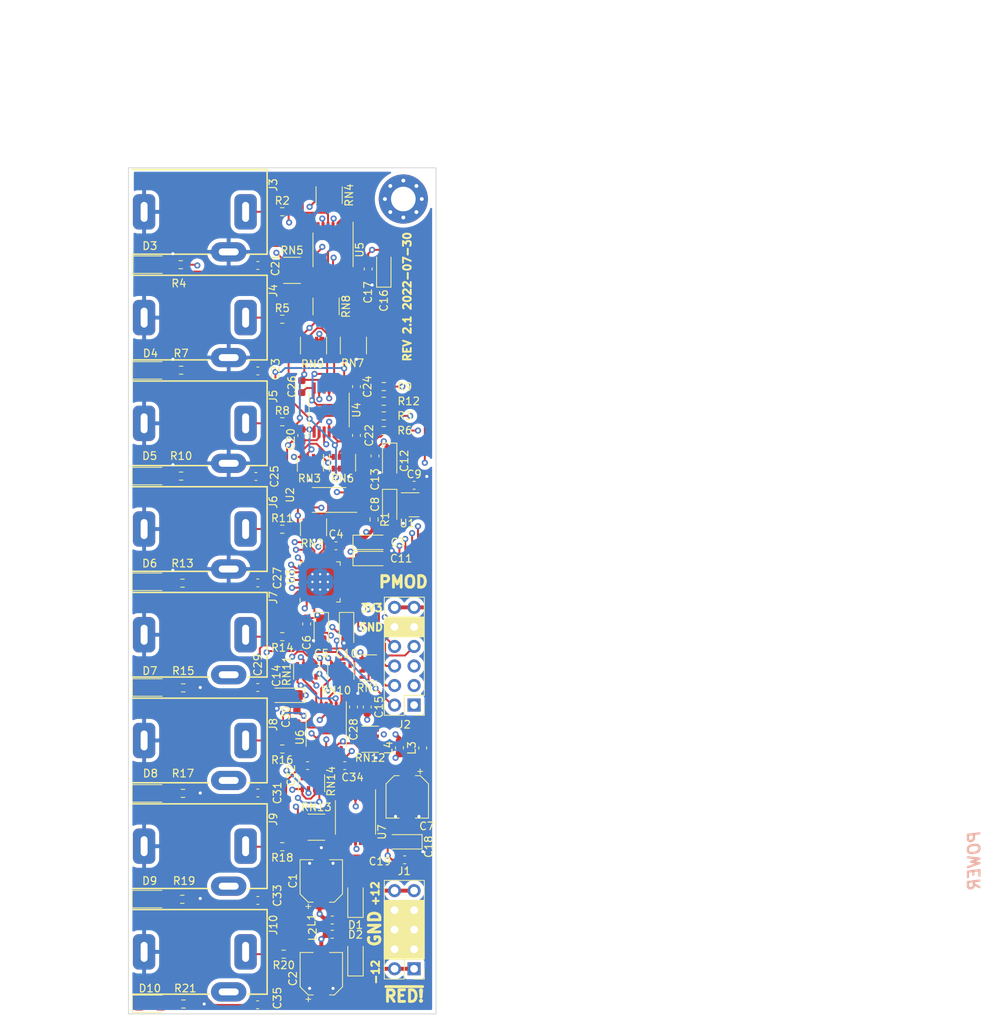
<source format=kicad_pcb>
(kicad_pcb (version 20211014) (generator pcbnew)
  (layers (0 "F.Cu" signal) (1 "In1.Cu" signal) (2 "In2.Cu" signal) (31 "B.Cu" signal) (34 "B.Paste" user) (35 "F.Paste" user) (36 "B.SilkS" user "B.Silkscreen") (37 "F.SilkS" user "F.Silkscreen") (38 "B.Mask" user) (39 "F.Mask" user) (44 "Edge.Cuts" user))
  (net 0 "")
  (net 1 "Net-(C10-Pad1)")
  (net 2 "GND")
  (net 3 "+3.3VA")
  (net 4 "VDD")
  (net 5 "Net-(C11-Pad1)")
  (net 6 "Net-(C33-Pad1)")
  (net 7 "+12V")
  (net 8 "-12V")
  (net 9 "Net-(C33-Pad2)")
  (net 10 "Net-(D3-Pad1)")
  (net 11 "Net-(D7-Pad2)")
  (net 12 "Net-(J2-Pad11)")
  (net 13 "/SDIN1")
  (net 14 "/SCL")
  (net 15 "/SDOUT1")
  (net 16 "/SDA")
  (net 17 "/LRCK")
  (net 18 "/PDN")
  (net 19 "/BICK")
  (net 20 "/MCLK")
  (net 21 "Net-(J3-PadT)")
  (net 22 "Net-(D4-Pad1)")
  (net 23 "Net-(C34-Pad1)")
  (net 24 "Net-(J4-PadT)")
  (net 25 "Net-(J5-PadT)")
  (net 26 "Net-(J6-PadT)")
  (net 27 "Net-(D5-Pad1)")
  (net 28 "Net-(J7-PadT)")
  (net 29 "Net-(J8-PadT)")
  (net 30 "Net-(C34-Pad2)")
  (net 31 "Net-(J9-PadT)")
  (net 32 "Net-(RN7-Pad5)")
  (net 33 "Net-(J10-PadT)")
  (net 34 "Net-(D9-Pad2)")
  (net 35 "Net-(C35-Pad1)")
  (net 36 "/-VCOM")
  (net 37 "/dual_mono_inputs1/IN1_3V")
  (net 38 "Net-(C35-Pad2)")
  (net 39 "Net-(D6-Pad1)")
  (net 40 "/dual_mono_inputs1/IN2_3V")
  (net 41 "Net-(D1-Pad1)")
  (net 42 "/dual_mono_inputs2/IN1_3V")
  (net 43 "Net-(RN8-Pad1)")
  (net 44 "Net-(RN3-Pad5)")
  (net 45 "Net-(D1-Pad2)")
  (net 46 "/dual_mono_inputs2/IN2_3V")
  (net 47 "/dual_mono_outputs1/OUT1")
  (net 48 "Net-(C20-Pad1)")
  (net 49 "Net-(RN6-Pad5)")
  (net 50 "/dual_mono_outputs1/OUT2")
  (net 51 "Net-(C20-Pad2)")
  (net 52 "Net-(D10-Pad2)")
  (net 53 "Net-(C21-Pad1)")
  (net 54 "/dual_mono_outputs2/OUT1")
  (net 55 "Net-(RN2-Pad1)")
  (net 56 "/dual_mono_outputs2/OUT2")
  (net 57 "Net-(C21-Pad2)")
  (net 58 "Net-(C22-Pad1)")
  (net 59 "Net-(C22-Pad2)")
  (net 60 "Net-(C23-Pad1)")
  (net 61 "Net-(C23-Pad2)")
  (net 62 "Net-(RN8-Pad3)")
  (net 63 "Net-(C24-Pad1)")
  (net 64 "Net-(C24-Pad2)")
  (net 65 "Net-(C25-Pad1)")
  (net 66 "Net-(C25-Pad2)")
  (net 67 "Net-(D8-Pad2)")
  (net 68 "Net-(C26-Pad1)")
  (net 69 "Net-(RN2-Pad3)")
  (net 70 "Net-(C26-Pad2)")
  (net 71 "Net-(C27-Pad1)")
  (net 72 "Net-(C27-Pad2)")
  (net 73 "Net-(RN2-Pad6)")
  (net 74 "Net-(C28-Pad1)")
  (net 75 "Net-(C28-Pad2)")
  (net 76 "Net-(C29-Pad1)")
  (net 77 "Net-(C29-Pad2)")
  (net 78 "Net-(RN4-Pad1)")
  (net 79 "Net-(RN4-Pad3)")
  (net 80 "Net-(C30-Pad1)")
  (net 81 "Net-(C30-Pad2)")
  (net 82 "Net-(RN9-Pad5)")
  (net 83 "Net-(C31-Pad1)")
  (net 84 "Net-(C31-Pad2)")
  (net 85 "Net-(C32-Pad1)")
  (net 86 "Net-(C32-Pad2)")
  (net 91 "/VREFH")
  (net 92 "Net-(RN10-Pad7)")
  (net 93 "Net-(RN14-Pad5)")
  (net 94 "Net-(RN14-Pad7)")
  (net 100 "Net-(RN10-Pad5)")
  (net 101 "Net-(D2-Pad1)")
  (net 102 "Net-(D2-Pad2)")
  (footprint "Resistor_SMD:R_0603_1608Metric" (layer "F.Cu") (at 0 19.685)
    (fp_text reference "R5")
    (fp_text value "100K")
  )
  (footprint "Capacitor_SMD:C_0603_1608Metric" (layer "F.Cu") (at 2.54 34.798 90)
    (fp_text reference "C20")
    (fp_text value "220p")
  )
  (footprint "LED_SMD:LED_1206_3216Metric" (layer "F.Cu") (at -17.2466 81.3308)
    (fp_text reference "D8")
    (fp_text value "LED_AN")
  )
  (footprint "Package_SO:TSSOP-14_4.4x5mm_P0.65mm" (layer "F.Cu") (at 9.525 84.455 -90)
    (fp_text reference "U7")
    (fp_text value "TL074")
  )
  (footprint "Resistor_SMD:R_0603_1608Metric" (layer "F.Cu") (at 0 60.96 180)
    (fp_text reference "R14")
    (fp_text value "1K")
  )
  (footprint "Resistor_SMD:R_0603_1608Metric" (layer "F.Cu") (at 13.208 28.448)
    (fp_text reference "R9")
    (fp_text value "1K")
  )
  (footprint "Capacitor_SMD:C_0603_1608Metric" (layer "F.Cu") (at 6.985 49.149 180)
    (fp_text reference "C4")
    (fp_text value "100n")
  )
  (footprint "Capacitor_SMD:C_0603_1608Metric" (layer "F.Cu") (at 11.049 70.104 90)
    (fp_text reference "C15")
    (fp_text value "100n")
  )
  (footprint "Resistor_SMD:R_0603_1608Metric" (layer "F.Cu") (at -13.208 12.5984)
    (fp_text reference "R4")
    (fp_text value "100R")
  )
  (footprint "Resistor_SMD:R_0603_1608Metric" (layer "F.Cu") (at -12.8778 67.6148 180)
    (fp_text reference "R15")
    (fp_text value "100R")
  )
  (footprint "LED_SMD:LED_1206_3216Metric" (layer "F.Cu") (at -17.2466 40.0812)
    (fp_text reference "D5")
    (fp_text value "LED_AN")
  )
  (footprint "Capacitor_SMD:C_0603_1608Metric" (layer "F.Cu") (at -3.175 26.416)
    (fp_text reference "C23")
    (fp_text value "220p")
  )
  (footprint "Diode_SMD:D_SOD-123F" (layer "F.Cu") (at 9.525 102.87 90)
    (fp_text reference "D2")
    (fp_text value "1N4007FL")
  )
  (footprint "Resistor_SMD:R_0603_1608Metric" (layer "F.Cu") (at 13.208 34.163)
    (fp_text reference "R6")
    (fp_text value "1K")
  )
  (footprint "Capacitor_Tantalum_SMD:CP_EIA-3216-10_Kemet-I" (layer "F.Cu") (at 11.51 50.8)
    (fp_text reference "C11")
    (fp_text value "2u2")
  )
  (footprint "LED_SMD:LED_1206_3216Metric" (layer "F.Cu") (at -17.2212 67.564)
    (fp_text reference "D7")
    (fp_text value "LED_AN")
  )
  (footprint "Capacitor_SMD:C_0603_1608Metric" (layer "F.Cu") (at -3.175 81.28 180)
    (fp_text reference "C31")
    (fp_text value "220p")
  )
  (footprint "Capacitor_SMD:C_0603_1608Metric" (layer "F.Cu") (at 8.128 77.724)
    (fp_text reference "C34")
    (fp_text value "56p")
  )
  (footprint "Capacitor_SMD:C_0603_1608Metric" (layer "F.Cu") (at 9.652 34.798 90)
    (fp_text reference "C22")
    (fp_text value "220p")
  )
  (footprint "Resistor_SMD:R_Cat16-4" (layer "F.Cu") (at 3.81 80.01 90)
    (fp_text reference "RN14")
    (fp_text value "100K")
  )
  (footprint "LED_SMD:LED_1206_3216Metric" (layer "F.Cu") (at -17.2466 53.8226)
    (fp_text reference "D6")
    (fp_text value "LED_AN")
  )
  (footprint "Resistor_SMD:R_0603_1608Metric" (layer "F.Cu") (at 0 88.265 180)
    (fp_text reference "R18")
    (fp_text value "1K")
  )
  (footprint "Capacitor_SMD:C_0603_1608Metric" (layer "F.Cu") (at 17.15 41.275)
    (fp_text reference "C9")
    (fp_text value "100n")
  )
  (footprint "Capacitor_SMD:C_0603_1608Metric" (layer "F.Cu") (at -3.429 40.132)
    (fp_text reference "C25")
    (fp_text value "220p")
  )
  (footprint "Package_DFN_QFN:QFN-32-1EP_5x5mm_P0.5mm_EP3.7x3.7mm_ThermalVias" (layer "F.Cu") (at 4.925 53.84 90)
    (fp_text reference "U3")
    (fp_text value "AK4619VN")
  )
  (footprint "Capacitor_SMD:C_0603_1608Metric" (layer "F.Cu") (at 11.176 13.1572 90)
    (fp_text reference "C17")
    (fp_text value "100n")
  )
  (footprint "Inductor_SMD:L_0603_1608Metric" (layer "F.Cu") (at 18.268148 75.434814 90)
    (fp_text reference "L3")
    (fp_text value "Ferrite")
  )
  (footprint "AudioJacks:Jack_3.5mm_QingPu_WQP-PJ302M_Horizontal" (layer "F.Cu") (at -19.97 46.964776 -90)
    (fp_text reference "J6")
    (fp_text value "PJ398SM")
  )
  (footprint "Capacitor_SMD:C_0603_1608Metric" (layer "F.Cu") (at -3.175 95.25 180)
    (fp_text reference "C33")
    (fp_text value "220p")
  )
  (footprint "Resistor_SMD:R_Cat16-4" (layer "F.Cu") (at 3.175 65.405 90)
    (fp_text reference "RN11")
    (fp_text value "56K")
  )
  (footprint "Inductor_SMD:L_0603_1608Metric" (layer "F.Cu") (at 15.24 75.4125 90)
    (fp_text reference "L4")
    (fp_text value "Ferrite")
  )
  (footprint "Capacitor_SMD:CP_Elec_5x5.3" (layer "F.Cu") (at 5.075 92.715 90)
    (fp_text reference "C1")
    (fp_text value "47u")
  )
  (footprint "Resistor_SMD:R_Cat16-4" (layer "F.Cu") (at 4.064 46.736 -90)
    (fp_text reference "RN2")
    (fp_text value "100K")
  )
  (footprint "MountingHole:MountingHole_3.2mm_M3_Pad_Via" (layer "F.Cu") (at 15.748 4.064)
    (fp_text reference "REF**" hide)
    (fp_text value "MountingHole_3.2mm_M3_Pad_Via")
  )
  (footprint "Resistor_SMD:R_Cat16-4" (layer "F.Cu") (at 4.445 85.725)
    (fp_text reference "RN13")
    (fp_text value "15K")
  )
  (footprint "Resistor_SMD:R_Cat16-4" (layer "F.Cu") (at 11.43 74.295)
    (fp_text reference "RN12")
    (fp_text value "4K7")
  )
  (footprint "Connector_PinHeader_2.54mm:PinHeader_2x05_P2.54mm_Vertical" (layer "F.Cu") (at 17.145 104.135 180)
    (fp_text reference "J1")
    (fp_text value "EURORACK_PWR")
  )
  (footprint "Resistor_SMD:R_Cat16-4" (layer "F.Cu") (at 9.252 23.112 90)
    (fp_text reference "RN7")
    (fp_text value "15K")
  )
  (footprint "Resistor_SMD:R_0603_1608Metric" (layer "F.Cu") (at 0 46.99)
    (fp_text reference "R11")
    (fp_text value "100K")
  )
  (footprint "Capacitor_Tantalum_SMD:CP_EIA-3216-10_Kemet-I" (layer "F.Cu") (at 13.97 38.1 -90)
    (fp_text reference "C12")
    (fp_text value "10u")
  )
  (footprint "Resistor_SMD:R_0603_1608Metric" (layer "F.Cu") (at 0 5.715)
    (fp_text reference "R2")
    (fp_text value "100K")
  )
  (footprint "Resistor_SMD:R_0603_1608Metric" (layer "F.Cu") (at 0.19 102.235 180)
    (fp_text reference "R20")
    (fp_text value "1K")
  )
  (footprint "Resistor_SMD:R_0603_1608Metric" (layer "F.Cu") (at -12.8524 108.712 180)
    (fp_text reference "R21")
    (fp_text value "100R")
  )
  (footprint "Resistor_SMD:R_Cat16-4" (layer "F.Cu") (at 3.664 38.352 90)
    (fp_text reference "RN3")
    (fp_text value "15K")
  )
  (footprint "LED_SMD:LED_1206_3216Metric" (layer "F.Cu") (at -17.2212 12.5984)
    (fp_text reference "D3")
    (fp_text value "LED_AN")
  )
  (footprint "AudioJacks:Jack_3.5mm_QingPu_WQP-PJ302M_Horizontal" (layer "F.Cu") (at -19.97 5.735611 -90)
    (fp_text reference "J3")
    (fp_text value "PJ398SM")
  )
  (footprint "Capacitor_Tantalum_SMD:CP_EIA-3216-10_Kemet-I" (layer "F.Cu") (at 0.635 68.58 180)
    (fp_text reference "C14")
    (fp_text value "10u")
  )
  (footprint "Diode_SMD:D_SOD-123F" (layer "F.Cu") (at 9.525 95.255 90)
    (fp_text reference "D1")
    (fp_text value "1N4007FL")
  )
  (footprint "Capacitor_Tantalum_SMD:CP_EIA-3216-10_Kemet-I" (layer "F.Cu") (at 13.208 13.208 90)
    (fp_text reference "C16")
    (fp_text value "10u")
  )
  (footprint "Capacitor_Tantalum_SMD:CP_EIA-3216-10_Kemet-I" (layer "F.Cu") (at 11.51 48.6918)
    (fp_text reference "C3")
    (fp_text value "10u")
  )
  (footprint "Resistor_SMD:R_0603_1608Metric" (layer "F.Cu") (at -12.9154 81.3308 180)
    (fp_text reference "R17")
    (fp_text value "100R")
  )
  (footprint "Capacitor_SMD:C_0603_1608Metric" (layer "F.Cu") (at 3.175 59.309 -90)
    (fp_text reference "C6")
    (fp_text value "100n")
  )
  (footprint "Capacitor_SMD:C_0603_1608Metric" (layer "F.Cu") (at -3.205543 108.81275 180)
    (fp_text reference "C35")
    (fp_text value "220p")
  )
  (footprint "Capacitor_Tantalum_SMD:CP_EIA-3216-10_Kemet-I" (layer "F.Cu") (at 15.875 87.63 180)
    (fp_text reference "C18")
    (fp_text value "10u")
  )
  (footprint "Capacitor_SMD:C_0603_1608Metric" (layer "F.Cu") (at 1.905 71.374 90)
    (fp_text reference "C30")
    (fp_text value "56p")
  )
  (footprint "Capacitor_SMD:C_0603_1608Metric" (layer "F.Cu") (at -3.175 53.975)
    (fp_text reference "C27")
    (fp_text value "220p")
  )
  (footprint "Capacitor_Tantalum_SMD:CP_EIA-3216-10_Kemet-I" (layer "F.Cu") (at 5.08 60.1218 -90)
    (fp_text reference "C5")
    (fp_text value "10u")
  )
  (footprint "Resistor_SMD:R_Cat16-4" (layer "F.Cu") (at 7.840295 38.347713 90)
    (fp_text reference "RN6")
    (fp_text value "15K")
  )
  (footprint "Package_SO:TSSOP-14_4.4x5mm_P0.65mm" (layer "F.Cu") (at 6.604 10.668 -90)
    (fp_text reference "U5")
    (fp_text value "TL074")
  )
  (footprint "Inductor_SMD:L_0603_1608Metric" (layer "F.Cu") (at 6.498641 99.645452)
    (fp_text reference "L2")
    (fp_text value "Ferrite")
  )
  (footprint "Package_TO_SOT_SMD:SOT-23" (layer "F.Cu") (at 17.145 43.815)
    (fp_text reference "U1")
    (fp_text value "LM4040DBZ-3")
  )
  (footprint "Capacitor_SMD:C_0603_1608Metric" (layer "F.Cu") (at 9.271 70.104 90)
    (fp_text reference "C28")
    (fp_text value "56p")
  )
  (footprint "Capacitor_SMD:C_0603_1608Metric" (layer "F.Cu") (at 15.9258 89.9668 180)
    (fp_text reference "C19")
    (fp_text value "100n")
  )
  (footprint "Resistor_SMD:R_0603_1608Metric" (layer "F.Cu") (at 0 75.565 180)
    (fp_text reference "R16")
    (fp_text value "1K")
  )
  (footprint "AudioJacks:Jack_3.5mm_QingPu_WQP-PJ302M_Horizontal" (layer "F.Cu") (at -19.97 60.707831 -90)
    (fp_text reference "J7")
    (fp_text value "PJ398SM")
  )
  (footprint "Resistor_SMD:R_0603_1608Metric" (layer "F.Cu") (at 11.938 45.72 -90)
    (fp_text reference "R1")
    (fp_text value "330R")
  )
  (footprint "Resistor_SMD:R_0603_1608Metric" (layer "F.Cu") (at 13.208 30.353)
    (fp_text reference "R12")
    (fp_text value "1K")
  )
  (footprint "AudioJacks:Jack_3.5mm_QingPu_WQP-PJ302M_Horizontal" (layer "F.Cu") (at -19.97 19.478666 -90)
    (fp_text reference "J4")
    (fp_text value "PJ398SM")
  )
  (footprint "AudioJacks:Jack_3.5mm_QingPu_WQP-PJ302M_Horizontal" (layer "F.Cu") (at -19.97 101.937 -90)
    (fp_text reference "J10")
    (fp_text value "PJ398SM")
  )
  (footprint "Inductor_SMD:L_0603_1608Metric" (layer "F.Cu") (at 6.4975 97.795)
    (fp_text reference "L1")
    (fp_text value "Ferrite")
  )
  (footprint "Resistor_SMD:R_Cat16-4" (layer "F.Cu") (at 5.696 18.032 -90)
    (fp_text reference "RN8")
    (fp_text value "100K")
  )
  (footprint "AudioJacks:Jack_3.5mm_QingPu_WQP-PJ302M_Horizontal" (layer "F.Cu") (at -19.97 33.221721 -90)
    (fp_text reference "J5")
    (fp_text value "PJ398SM")
  )
  (footprint "Resistor_SMD:R_0603_1608Metric" (layer "F.Cu") (at -12.9794 54.0004)
    (fp_text reference "R13")
    (fp_text value "100R")
  )
  (footprint "Resistor_SMD:R_0603_1608Metric" (layer "F.Cu") (at 0 33.02)
    (fp_text reference "R8")
    (fp_text value "100K")
  )
  (footprint "Capacitor_SMD:C_0603_1608Metric" (layer "F.Cu") (at 12.065 37.465 -90)
    (fp_text reference "C13")
    (fp_text value "100n")
  )
  (footprint "Resistor_SMD:R_0603_1608Metric" (layer "F.Cu") (at 13.208 32.258)
    (fp_text reference "R3")
    (fp_text value "1K")
  )
  (footprint "Resistor_SMD:R_0603_1608Metric" (layer "F.Cu") (at -13.1572 40.0812)
    (fp_text reference "R10")
    (fp_text value "100R")
  )
  (footprint "Package_SO:TSSOP-14_4.4x5mm_P0.65mm" (layer "F.Cu") (at 5.715 73.025 -90)
    (fp_text reference "U6")
    (fp_text value "TL074")
  )
  (footprint "LED_SMD:LED_1206_3216Metric" (layer "F.Cu") (at -17.2436 26.3398)
    (fp_text reference "D4")
    (fp_text value "LED_AN")
  )
  (footprint "Package_SO:TSSOP-14_4.4x5mm_P0.65mm" (layer "F.Cu") (at 6.096 31.496 90)
    (fp_text reference "U4")
    (fp_text value "TL074")
  )
  (footprint "Capacitor_Tantalum_SMD:CP_EIA-3216-10_Kemet-I" (layer "F.Cu") (at 13.97 44.115 -90)
    (fp_text reference "C8")
    (fp_text value "10u")
  )
  (footprint "Package_SO:TSSOP-8_4.4x3mm_P0.65mm" (layer "F.Cu") (at 6.096 43.18 180)
    (fp_text reference "U2")
    (fp_text value "TL072")
  )
  (footprint "Resistor_SMD:R_Cat16-4" (layer "F.Cu") (at 4.064 23.112 90)
    (fp_text reference "RN9")
    (fp_text value "15K")
  )
  (footprint "Capacitor_SMD:C_0603_1608Metric" (layer "F.Cu") (at 9.652 28.448 -90)
    (fp_text reference "C24")
    (fp_text value "220p")
  )
  (footprint "Resistor_SMD:R_0603_1608Metric" (layer "F.Cu") (at -13.1572 26.3144)
    (fp_text reference "R7")
    (fp_text value "100R")
  )
  (footprint "Capacitor_SMD:C_0603_1608Metric" (layer "F.Cu") (at 3.302 77.724 180)
    (fp_text reference "C32")
    (fp_text value "56p")
  )
  (footprint "Resistor_SMD:R_Cat16-4" (layer "F.Cu") (at 11.176 65.024 180)
    (fp_text reference "RN1")
    (fp_text value "4K7")
  )
  (footprint "LED_SMD:LED_1206_3216Metric" (layer "F.Cu") (at -17.2212 108.6866)
    (fp_text reference "D10")
    (fp_text value "LED_AN")
  )
  (footprint "Resistor_SMD:R_Cat16-4" (layer "F.Cu") (at 1.27 13.335)
    (fp_text reference "RN5")
    (fp_text value "15K")
  )
  (footprint "LED_SMD:LED_1206_3216Metric" (layer "F.Cu") (at -17.2466 95.0722)
    (fp_text reference "D9")
    (fp_text value "LED_AN")
  )
  (footprint "Capacitor_SMD:C_0603_1608Metric" (layer "F.Cu") (at -3.175 12.7)
    (fp_text reference "C21")
    (fp_text value "220p")
  )
  (footprint "Resistor_SMD:R_Cat16-4" (layer "F.Cu") (at 7.62 65.405 -90)
    (fp_text reference "RN10")
    (fp_text value "100K")
  )
  (footprint "Resistor_SMD:R_0603_1608Metric" (layer "F.Cu") (at -13.0048 95.0976 180)
    (fp_text reference "R19")
    (fp_text value "100R")
  )
  (footprint "AudioJacks:Jack_3.5mm_QingPu_WQP-PJ302M_Horizontal" (layer "F.Cu") (at -19.97 88.193941 -90)
    (fp_text reference "J9")
    (fp_text value "PJ398SM")
  )
  (footprint "Capacitor_SMD:CP_Elec_5x5.3" (layer "F.Cu") (at 16.256 81.788 -90)
    (fp_text reference "C7")
    (fp_text value "47u")
  )
  (footprint "Capacitor_SMD:C_0603_1608Metric" (layer "F.Cu") (at 2.54 28.448 -90)
    (fp_text reference "C26")
    (fp_text value "220p")
  )
  (footprint "Resistor_SMD:R_Cat16-4" (layer "F.Cu") (at 6.096 3.556 -90)
    (fp_text reference "RN4")
    (fp_text value "100K")
  )
  (footprint "Capacitor_Tantalum_SMD:CP_EIA-3216-10_Kemet-I" (layer "F.Cu") (at 8.365617 60.114511 -90)
    (fp_text reference "C10")
    (fp_text value "2u2")
  )
  (footprint "Connector_PinHeader_2.54mm:PinHeader_2x06_P2.54mm_Vertical" (layer "F.Cu") (at 17.145 69.85 180)
    (fp_text reference "J2")
    (fp_text value "PMOD")
  )
  (footprint "Capacitor_SMD:C_0603_1608Metric" (layer "F.Cu") (at -3.187217 67.566567 180)
    (fp_text reference "C29")
    (fp_text value "220p")
  )
  (footprint "AudioJacks:Jack_3.5mm_QingPu_WQP-PJ302M_Horizontal" (layer "F.Cu") (at -19.97 74.450886 -90)
    (fp_text reference "J8")
    (fp_text value "PJ398SM")
  )
  (footprint "Capacitor_SMD:CP_Elec_5x5.3" (layer "F.Cu") (at 5.08 104.775 90)
    (fp_text reference "C2")
    (fp_text value "47u")
  )
  (gr_rect (start 13.311223 58.419999) (end 18.391223 60.959999) (layer "F.SilkS") (width 0.15) (fill solid))
  (gr_rect (start 13.265 95.25) (end 18.41 102.865) (layer "F.SilkS") (width 0.15) (fill solid))
  (gr_line (start -20 0) (end -20 110) (layer "Edge.Cuts") (width 0.1))
  (gr_line (start 20 0) (end -20 0) (layer "Edge.Cuts") (width 0.1))
  (gr_line (start 20 0) (end 20 110) (layer "Edge.Cuts") (width 0.1))
  (gr_line (start -20 110) (end 20 110) (layer "Edge.Cuts") (width 0.1))
  (gr_text "POWER" (at 90 90 90) (layer "B.SilkS") (effects (font (size 1.5 1.5) (thickness 0.3) italic) (justify mirror)))
  (gr_text "-12" (at 12.132747 104.564796 90) (layer "F.SilkS") (effects (font (size 1 1) (thickness 0.25))))
  (gr_text "REV 2.1 2022-07-30" (at 16.256 16.764 -270) (layer "F.SilkS") (effects (font (size 1 1) (thickness 0.25))))
  (gr_text "GND\n" (at 12.021787 98.905827 90) (layer "F.SilkS") (effects (font (size 1.5 1.5) (thickness 0.375))))
  (gr_text "3V3" (at 11.630389 57.22207) (layer "F.SilkS") (effects (font (size 1 1) (thickness 0.25))))
  (gr_text "~{RED!}" (at 15.87 107.696) (layer "F.SilkS") (effects (font (size 1.5 1.5) (thickness 0.375))))
  (gr_text "PMOD" (at 15.748 53.848) (layer "F.SilkS") (effects (font (size 1.5 1.5) (thickness 0.375))))
  (gr_text "+12" (at 12.095761 94.35646 90) (layer "F.SilkS") (effects (font (size 1 1) (thickness 0.25))))
  (gr_text "GND\n" (at 11.556415 59.737168) (layer "F.SilkS") (effects (font (size 1 1) (thickness 0.25))))
  (segment (start 8.365617 58.764511) (end 6.929417 58.764511) (width 0.25) (layer "F.Cu") (net 1))
  (segment (start 6.929417 58.764511) (end 5.175 57.010094) (width 0.25) (layer "F.Cu") (net 1))
  (segment (start 5.175 57.010094) (end 5.175 56.29) (width 0.25) (layer "F.Cu") (net 1))
  (segment (start 6.21 49.149) (end 6.21 48.527) (width 0.254) (layer "F.Cu") (net 2))
  (segment (start 17.925 41.275) (end 17.925 41.003) (width 0.254) (layer "F.Cu") (net 2))
  (segment (start 10.6455 68.9255) (end 10.42721 68.9255) (width 0.254) (layer "F.Cu") (net 2))
  (segment (start 3.675 53.09) (end 3.925 52.84) (width 0.254) (layer "F.Cu") (net 2))
  (segment (start -14.033 11.367) (end -14.224 11.176) (width 0.254) (layer "F.Cu") (net 2))
  (segment (start 17.44 83.988) (end 17.78 84.328) (width 0.254) (layer "F.Cu") (net 2))
  (segment (start 8.035679 61.794449) (end 8.035679 61.794813) (width 0.254) (layer "F.Cu") (net 2))
  (segment (start 3.647 90.515) (end 3.556 90.424) (width 0.254) (layer "F.Cu") (net 2))
  (segment (start -13.9822 38.8498) (end -14.224 38.608) (width 0.254) (layer "F.Cu") (net 2))
  (segment (start 5.08 106.975) (end 6.309 106.975) (width 0.254) (layer "F.Cu") (net 2))
  (segment (start 3.675 55.09) (end 4.925 53.84) (width 0.254) (layer "F.Cu") (net 2))
  (segment (start 11.049 69.329) (end 10.6455 68.9255) (width 0.254) (layer "F.Cu") (net 2))
  (segment (start 3.675 54.09) (end 3.925 53.84) (width 0.254) (layer "F.Cu") (net 2))
  (segment (start 5.175 53.59) (end 4.925 53.84) (width 0.254) (layer "F.Cu") (net 2))
  (segment (start 4.675 54.09) (end 4.925 53.84) (width 0.254) (layer "F.Cu") (net 2))
  (segment (start 12.19 75.495) (end 12.19 74.695) (width 0.254) (layer "F.Cu") (net 2))
  (segment (start -13.9822 26.3144) (end -13.9822 25.1338) (width 0.254) (layer "F.Cu") (net 2))
  (segment (start 13.97 45.465) (end 14.985 45.465) (width 0.254) (layer "F.Cu") (net 2))
  (segment (start 12.19 75.495) (end 12.19 76.706) (width 0.254) (layer "F.Cu") (net 2))
  (segment (start 11.176 14.732) (end 11.684 15.24) (width 0.254) (layer "F.Cu") (net 2))
  (segment (start 8.365617 61.464511) (end 8.035679 61.794449) (width 0.254) (layer "F.Cu") (net 2))
  (segment (start 5.075 90.515) (end 5.075 88.397) (width 0.254) (layer "F.Cu") (net 2))
  (segment (start 12.874 39.45) (end 12.7 39.624) (width 0.254) (layer "F.Cu") (net 2))
  (segment (start 12.19 74.695) (end 12.19 73.895) (width 0.254) (layer "F.Cu") (net 2))
  (segment (start 16.256 83.988) (end 17.44 83.988) (width 0.254) (layer "F.Cu") (net 2))
  (segment (start 4.068 39.112) (end 4.064 39.116) (width 0.254) (layer "F.Cu") (net 2))
  (segment (start 12.366 14.558) (end 11.684 15.24) (width 0.254) (layer "F.Cu") (net 2))
  (segment (start 9.652 23.872) (end 9.652 24.892) (width 0.254) (layer "F.Cu") (net 2))
  (segment (start 4.464 48.091291) (end 4.1392 48.416091) (width 0.254) (layer "F.Cu") (net 2))
  (segment (start 12.19 76.706) (end 12.192 76.708) (width 0.254) (layer "F.Cu") (net 2))
  (segment (start 13.208 14.558) (end 12.366 14.558) (width 0.254) (layer "F.Cu") (net 2))
  (segment (start 4.864 39.112) (end 4.068 39.112) (width 0.254) (layer "F.Cu") (net 2))
  (segment (start -0.715 68.58) (end -0.715 70.271421) (width 0.254) (layer "F.Cu") (net 2))
  (segment (start 13.208 50.8) (end 14.224 49.784) (width 0.254) (layer "F.Cu") (net 2))
  (segment (start 5.075 90.515) (end 6.513 90.515) (width 0.254) (layer "F.Cu") (net 2))
  (segment (start 5.264 24.708) (end 5.08 24.892) (width 0.254) (layer "F.Cu") (net 2))
  (segment (start 12.19 73.095) (end 12.19 73.895) (width 0.254) (layer "F.Cu") (net 2))
  (segment (start -13.8044 54.0004) (end -13.8044 52.7436) (width 0.254) (layer "F.Cu") (net 2))
  (segment (start 5.675 53.09) (end 4.925 53.84) (width 0.254) (layer "F.Cu") (net 2))
  (segment (start 3.175 60.579) (end 4.064 61.468) (width 0.254) (layer "F.Cu") (net 2))
  (segment (start 3.851 106.975) (end 3.556 106.68) (width 0.254) (layer "F.Cu") (net 2))
  (segment (start 10.42721 68.9255) (end 9.830704 68.328994) (width 0.254) (layer "F.Cu") (net 2))
  (segment (start 14.985 45.465) (end 15.748 46.228) (width 0.254) (layer "F.Cu") (net 2))
  (segment (start 8.240295 39.736295) (end 8.636 40.132) (width 0.254) (layer "F.Cu") (net 2))
  (segment (start -12.0274 108.712) (end -10.16 108.712) (width 0.254) (layer "F.Cu") (net 2))
  (segment (start 4.0678 61.4718) (end 4.064 61.468) (width 0.254) (layer "F.Cu") (net 2))
  (segment (start 3.2335 40.9625) (end 3.556 40.64) (width 0.254) (layer "F.Cu") (net 2))
  (segment (start 16.2075 44.765) (end 16.2075 45.7685) (width 0.254) (layer "F.Cu") (net 2))
  (segment (start 5.675 51.39) (end 5.675 53.09) (width 0.254) (layer "F.Cu") (net 2))
  (segment (start 11.176 13.9322) (end 11.176 14.732) (width 0.254) (layer "F.Cu") (net 2))
  (segment (start 5.075 88.397) (end 5.08 88.392) (width 0.254) (layer "F.Cu") (net 2))
  (segment (start 4.064 40.132) (end 3.556 40.64) (width 0.254) (layer "F.Cu") (net 2))
  (segment (start 4.064 39.112) (end 4.064 40.132) (width 0.254) (layer "F.Cu") (net 2))
  (segment (start 4.464 23.872) (end 5.264 23.872) (width 0.254) (layer "F.Cu") (net 2))
  (segment (start 13.97 39.45) (end 12.874 39.45) (width 0.254) (layer "F.Cu") (net 2))
  (segment (start 17.225 87.63) (end 17.225 87.837) (width 0.254) (layer "F.Cu") (net 2))
  (segment (start 12.065 38.24) (end 12.065 38.989) (width 0.254) (layer "F.Cu") (net 2))
  (segment (start 6.513 90.515) (end 6.604 90.424) (width 0.254) (layer "F.Cu") (net 2))
  (segment (start 17.2212 89.9668) (end 18.288 88.9) (width 0.254) (layer "F.Cu") (net 2))
  (segment (start 6.21 48.527) (end 6.604 48.133) (width 0.254) (layer "F.Cu") (net 2))
  (segment (start 5.075 90.515) (end 3.647 90.515) (width 0.254) (layer "F.Cu") (net 2))
  (segment (start -10.7188 81.3308) (end -10.668 81.28) (width 0.254) (layer "F.Cu") (net 2))
  (segment (start 3.2335 42.205) (end 3.2335 40.9625) (width 0.254) (layer "F.Cu") (net 2))
  (segment (start 16.256 83.988) (end 15.072 83.988) (width 0.254) (layer "F.Cu") (net 2))
  (segment (start 15.072 83.988) (end 14.732 84.328) (width 0.254) (layer "F.Cu") (net 2))
  (segment (start -13.8044 52.7436) (end -14.224 52.324) (width 0.254) (layer "F.Cu") (net 2))
  (segment (start 17.225 87.837) (end 18.288 88.9) (width 0.254) (layer "F.Cu") (net 2))
  (segment (start 2.475 54.09) (end 3.675 54.09) (width 0.254) (layer "F.Cu") (net 2))
  (segment (start 8.240295 39.107713) (end 8.240295 39.736295) (width 0.254) (layer "F.Cu") (net 2))
  (segment (start 4.675 56.29) (end 4.675 54.09) (width 0.254) (layer "F.Cu") (net 2))
  (segment (start 17.925 41.003) (end 18.796 40.132) (width 0.254) (layer "F.Cu") (net 2))
  (segment (start 16.2075 45.7685) (end 15.748 46.228) (width 0.254) (layer "F.Cu") (net 2))
  (segment (start -10.7696 95.0976) (end -10.668 94.996) (width 0.254) (layer "F.Cu") (net 2))
  (segment (start 8.240295 39.107713) (end 9.040295 39.107713) (width 0.254) (layer "F.Cu") (net 2))
  (segment (start -14.033 12.5984) (end -14.033 11.367) (width 0.254) (layer "F.Cu") (net 2))
  (segment (start 5.175 51.39) (end 5.175 53.59) (width 0.254) (layer "F.Cu") (net 2))
  (segment (start -10.7188 67.6148) (end -10.668 67.564) (width 0.254) (layer "F.Cu") (net 2))
  (segment (start 2.475 53.09) (end 3.675 53.09) (width 0.254) (layer "F.Cu") (net 2))
  (segment (start 12.86 50.8) (end 13.208 50.8) (width 0.254) (layer "F.Cu") (net 2))
  (segment (start 4.464 47.496) (end 4.464 48.091291) (width 0.254) (layer "F.Cu") (net 2))
  (segment (start 3.175 60.084) (end 3.175 60.579) (width 0.254) (layer "F.Cu") (net 2))
  (segment (start -13.9822 25.1338) (end -14.224 24.892) (width 0.254) (layer "F.Cu") (net 2))
  (segment (start 5.264 23.872) (end 5.264 24.708) (width 0.254) (layer "F.Cu") (net 2))
  (segment (start 13.1318 48.6918) (end 14.224 49.784) (width 0.254) (layer "F.Cu") (net 2))
  (segment (start -0.715 70.271421) (end -0.733318 70.289739) (width 0.254) (layer "F.Cu") (net 2))
  (segment (start -13.9822 40.0812) (end -13.9822 38.8498) (width 0.254) (layer "F.Cu") (net 2))
  (segment (start 12.86 48.6918) (end 13.1318 48.6918) (width 0.254) (layer "F.Cu") (net 2))
  (segment (start 5.08 106.975) (end 3.851 106.975) (width 0.254) (layer "F.Cu") (net 2))
  (segment (start 5.5118 61.4718) (end 4.0678 61.4718) (width 0.254) (layer "F.Cu") (net 2))
  (segment (start 3.675 56.29) (end 3.675 55.09) (width 0.254) (layer "F.Cu") (net 2))
  (segment (start -12.1798 95.0976) (end -10.7696 95.0976) (width 0.254) (layer "F.Cu") (net 2))
  (segment (start 6.309 106.975) (end 6.604 106.68) (width 0.254) (layer "F.Cu") (net 2))
  (segment (start 9.652 23.872) (end 10.452 23.872) (width 0.254) (layer "F.Cu") (net 2))
  (segment (start 16.7008 89.9668) (end 17.2212 89.9668) (width 0.254) (layer "F.Cu") (net 2))
  (segment (start -12.0528 67.6148) (end -10.7188 67.6148) (width 0.254) (layer "F.Cu") (net 2))
  (segment (start -12.0904 81.3308) (end -10.7188 81.3308) (width 0.254) (layer "F.Cu") (net 2))
  (segment (start 12.065 38.989) (end 12.7 39.624) (width 0.254) (layer "F.Cu") (net 2))
  (via (at -14.224 11.176) (size 0.8) (drill 0.4) (layers "F.Cu" "B.Cu") (net 2))
  (via (at 5.08 88.392) (size 0.8) (drill 0.4) (layers "F.Cu" "B.Cu") (net 2))
  (via (at 18.288 88.9) (size 0.8) (drill 0.4) (layers "F.Cu" "B.Cu") (net 2))
  (via (at 6.604 106.68) (size 0.8) (drill 0.4) (layers "F.Cu" "B.Cu") (net 2))
  (via (at 12.192 76.708) (size 0.8) (drill 0.4) (layers "F.Cu" "B.Cu") (net 2))
  (via (at -14.224 52.324) (size 0.8) (drill 0.4) (layers "F.Cu" "B.Cu") (net 2))
  (via (at 18.796 40.132) (size 0.8) (drill 0.4) (layers "F.Cu" "B.Cu") (net 2))
  (via (at 12.7 39.624) (size 0.8) (drill 0.4) (layers "F.Cu" "B.Cu") (net 2))
  (via (at -10.668 67.564) (size 0.8) (drill 0.4) (layers "F.Cu" "B.Cu") (net 2))
  (via (at 9.652 24.892) (size 0.8) (drill 0.4) (layers "F.Cu" "B.Cu") (net 2))
  (via (at 6.604 90.424) (size 0.8) (drill 0.4) (layers "F.Cu" "B.Cu") (net 2))
  (via (at -14.224 24.892) (size 0.8) (drill 0.4) (layers "F.Cu" "B.Cu") (net 2))
  (via (at 5.08 24.892) (size 0.8) (drill 0.4) (layers "F.Cu" "B.Cu") (net 2))
  (via (at -14.224 38.608) (size 0.8) (drill 0.4) (layers "F.Cu" "B.Cu") (net 2))
  (via (at -10.668 81.28) (size 0.8) (drill 0.4) (layers "F.Cu" "B.Cu") (net 2))
  (via (at 15.748 46.228) (size 0.8) (drill 0.4) (layers "F.Cu" "B.Cu") (net 2))
  (via (at 3.556 106.68) (size 0.8) (drill 0.4) (layers "F.Cu" "B.Cu") (net 2))
  (via (at 3.556 90.424) (size 0.8) (drill 0.4) (layers "F.Cu" "B.Cu") (net 2))
  (via (at 4.064 61.468) (size 0.8) (drill 0.4) (layers "F.Cu" "B.Cu") (net 2))
  (via (at 14.732 84.328) (size 0.8) (drill 0.4) (layers "F.Cu" "B.Cu") (net 2))
  (via (at 14.224 49.784) (size 0.8) (drill 0.4) (layers "F.Cu" "B.Cu") (net 2))
  (via (at -0.733318 70.289739) (size 0.8) (drill 0.4) (layers "F.Cu" "B.Cu") (net 2))
  (via (at 9.830704 68.328994) (size 0.8) (drill 0.4) (layers "F.Cu" "B.Cu") (net 2))
  (via (at 17.78 84.328) (size 0.8) (drill 0.4) (layers "F.Cu" "B.Cu") (net 2))
  (via (at -10.668 94.996) (size 0.8) (drill 0.4) (layers "F.Cu" "B.Cu") (net 2))
  (via (at 8.035679 61.794813) (size 0.8) (drill 0.4) (layers "F.Cu" "B.Cu") (net 2))
  (via (at 3.556 40.64) (size 0.8) (drill 0.4) (layers "F.Cu" "B.Cu") (net 2))
  (via (at 8.636 40.132) (size 0.8) (drill 0.4) (layers "F.Cu" "B.Cu") (net 2))
  (via (at 4.1392 48.416091) (size 0.8) (drill 0.4) (layers "F.Cu" "B.Cu") (net 2))
  (via (at -10.16 108.712) (size 0.8) (drill 0.4) (layers "F.Cu" "B.Cu") (net 2))
  (via (at 11.684 15.24) (size 0.8) (drill 0.4) (layers "F.Cu" "B.Cu") (net 2))
  (via (at 6.604 48.133) (size 0.8) (drill 0.4) (layers "F.Cu" "B.Cu") (net 2))
  (segment (start 11.938 46.545) (end 11.938 46.9138) (width 0.508) (layer "F.Cu") (net 3))
  (segment (start 7.76 49.149) (end 6.175 50.734) (width 0.254) (layer "F.Cu") (net 3))
  (segment (start 11.938 46.9138) (end 10.8839 47.9679) (width 0.508) (layer "F.Cu") (net 3))
  (segment (start 6.175 50.734) (end 6.175 51.39) (width 0.254) (layer "F.Cu") (net 3))
  (segment (start 10.8839 47.9679) (end 8.9411 47.9679) (width 0.508) (layer "F.Cu") (net 3))
  (segment (start 10.16 48.323) (end 10.16 48.6918) (width 0.254) (layer "F.Cu") (net 3))
  (segment (start 15.24 76.2) (end 14.732 76.708) (width 0.508) (layer "F.Cu") (net 3))
  (segment (start 8.9411 47.9679) (end 7.76 49.149) (width 0.508) (layer "F.Cu") (net 3))
  (segment (start 10.8839 47.9679) (end 10.16 48.6918) (width 0.508) (layer "F.Cu") (net 3))
  (via (at 14.732 76.708) (size 0.8) (drill 0.4) (layers "F.Cu" "B.Cu") (net 3))
  (via (at 10.922 47.371) (size 0.8) (drill 0.4) (layers "F.Cu" "B.Cu") (net 3))
  (segment (start 16.670834 74.625) (end 18.268148 76.222314) (width 0.508) (layer "F.Cu") (net 4))
  (segment (start 4.175 56.29) (end 4.175 57.7315) (width 0.254) (layer "F.Cu") (net 4))
  (segment (start 5.2153 58.7718) (end 4.572 58.1285) (width 0.254) (layer "F.Cu") (net 4))
  (segment (start 4.175 57.7315) (end 4.572 58.1285) (width 0.254) (layer "F.Cu") (net 4))
  (segment (start 10.416 65.424) (end 10.416 64.624) (width 0.254) (layer "F.Cu") (net 4))
  (segment (start 10.416 63.824) (end 10.416 64.624) (width 0.254) (layer "F.Cu") (net 4))
  (segment (start 15.24 74.625) (end 15.24 74.168) (width 0.508) (layer "F.Cu") (net 4))
  (segment (start 10.416 63.248) (end 10.16 62.992) (width 0.254) (layer "F.Cu") (net 4))
  (segment (start 16.256 78.234462) (end 18.268148 76.222314) (width 0.508) (layer "F.Cu") (net 4))
  (segment (start 15.24 74.625) (end 16.670834 74.625) (width 0.508) (layer "F.Cu") (net 4))
  (segment (start 5.5118 58.7718) (end 5.2153 58.7718) (width 0.254) (layer "F.Cu") (net 4))
  (segment (start 4.1665 58.534) (end 4.572 58.1285) (width 0.254) (layer "F.Cu") (net 4))
  (segment (start 3.175 58.534) (end 4.1665 58.534) (width 0.254) (layer "F.Cu") (net 4))
  (segment (start 15.24 74.168) (end 14.732 73.66) (width 0.508) (layer "F.Cu") (net 4))
  (segment (start 16.256 79.588) (end 16.256 78.234462) (width 0.508) (layer "F.Cu") (net 4))
  (segment (start 10.416 63.824) (end 10.416 63.248) (width 0.254) (layer "F.Cu") (net 4))
  (via (at 4.572 58.1285) (size 0.8) (drill 0.4) (layers "F.Cu" "B.Cu") (net 4))
  (via (at 10.16 62.992) (size 0.8) (drill 0.4) (layers "F.Cu" "B.Cu") (net 4))
  (via (at 14.732 73.66) (size 0.8) (drill 0.4) (layers "F.Cu" "B.Cu") (net 4))
  (segment (start 10.16 50.8) (end 7.265 50.8) (width 0.254) (layer "F.Cu") (net 5))
  (segment (start 7.265 50.8) (end 6.675 51.39) (width 0.254) (layer "F.Cu") (net 5))
  (segment (start 5.205 86.125) (end 7.721041 86.125) (width 0.25) (layer "F.Cu") (net 6))
  (segment (start 7.721041 86.125) (end 8.225 86.628959) (width 0.25) (layer "F.Cu") (net 6))
  (segment (start 8.225 86.628959) (end 8.225 87.3175) (width 0.25) (layer "F.Cu") (net 6))
  (segment (start 5.643502 97.795) (end 4.863002 97.0145) (width 0.508) (layer "F.Cu") (net 7))
  (segment (start 5.075 94.915) (end 5.71 95.55) (width 0.254) (layer "F.Cu") (net 7))
  (segment (start 3.2335 44.155) (end 5.039 44.155) (width 0.254) (layer "F.Cu") (net 7))
  (segment (start 5.715 70.950552) (end 4.879818 71.785734) (width 0.254) (layer "F.Cu") (net 7))
  (segment (start 13.97 36.75) (end 13.97 36.322436) (width 0.254) (layer "F.Cu") (net 7))
  (segment (start 9.525 82.991522) (end 9.560834 83.027356) (width 0.254) (layer "F.Cu") (net 7))
  (segment (start 5.71 97.795) (end 5.643502 97.795) (width 0.508) (layer "F.Cu") (net 7))
  (segment (start 6.604 6.6785) (end 6.6785 6.604) (width 0.254) (layer "F.Cu") (net 7))
  (segment (start 5.715 70.1625) (end 5.715 70.950552) (width 0.254) (layer "F.Cu") (net 7))
  (segment (start 6.604 7.8055) (end 6.604 6.6785) (width 0.254) (layer "F.Cu") (net 7))
  (segment (start 6.096 34.3585) (end 6.096 33.02) (width 0.254) (layer "F.Cu") (net 7))
  (segment (start 12.08031 36.69) (end 13.208937 35.561373) (width 0.254) (layer "F.Cu") (net 7))
  (segment (start 1.985 68.58) (end 3.048 68.58) (width 0.254) (layer "F.Cu") (net 7))
  (segment (start 5.039 44.155) (end 5.08 44.196) (width 0.254) (layer "F.Cu") (net 7))
  (segment (start 11.049 70.879) (end 11.049 71.755) (width 0.508) (layer "F.Cu") (net 7))
  (segment (start 9.525 81.5925) (end 9.525 82.991522) (width 0.254) (layer "F.Cu") (net 7))
  (segment (start 13.97 36.322436) (end 13.208937 35.561373) (width 0.254) (layer "F.Cu") (net 7))
  (segment (start 4.863002 97.0145) (end 4.863002 95.126998) (width 0.508) (layer "F.Cu") (net 7))
  (segment (start 11.049 71.755) (end 11.044701 71.759299) (width 0.508) (layer "F.Cu") (net 7))
  (segment (start 4.863002 95.126998) (end 5.075 94.915) (width 0.508) (layer "F.Cu") (net 7))
  (segment (start 12.065 36.69) (end 12.08031 36.69) (width 0.254) (layer "F.Cu") (net 7))
  (via (at 11.044701 71.759299) (size 0.8) (drill 0.4) (layers "F.Cu" "B.Cu") (net 7))
  (via (at 4.879818 71.785734) (size 0.8) (drill 0.4) (layers "F.Cu" "B.Cu") (net 7))
  (via (at 13.208937 35.561373) (size 0.8) (drill 0.4) (layers "F.Cu" "B.Cu") (net 7))
  (via (at 6.6785 6.604) (size 0.8) (drill 0.4) (layers "F.Cu" "B.Cu") (net 7))
  (via (at 3.048 68.58) (size 0.8) (drill 0.4) (layers "F.Cu" "B.Cu") (net 7))
  (via (at 4.863002 97.0145) (size 0.8) (drill 0.4) (layers "F.Cu" "B.Cu") (net 7))
  (via (at 9.560834 83.027356) (size 0.8) (drill 0.4) (layers "F.Cu" "B.Cu") (net 7))
  (via (at 5.08 44.196) (size 0.8) (drill 0.4) (layers "F.Cu" "B.Cu") (net 7))
  (via (at 6.096 33.02) (size 0.8) (drill 0.4) (layers "F.Cu" "B.Cu") (net 7))
  (segment (start 13.716 88.392) (end 13.716 89.408) (width 0.254) (layer "F.Cu") (net 8))
  (segment (start 14.525 87.63) (end 14.478 87.63) (width 0.254) (layer "F.Cu") (net 8))
  (segment (start 6.604 11.7585) (end 6.6785 11.684) (width 0.254) (layer "F.Cu") (net 8))
  (segment (start 12.7 10.668) (end 11.684 10.668) (width 0.254) (layer "F.Cu") (net 8))
  (segment (start 9.525 87.3175) (end 9.525 88.4275) (width 0.254) (layer "F.Cu") (net 8))
  (segment (start 5.711141 99.645452) (end 5.08 100.276593) (width 0.508) (layer "F.Cu") (net 8))
  (segment (start 9.525 88.4275) (end 9.652 88.5545) (width 0.254) (layer "F.Cu") (net 8))
  (segment (start 11.176 12.3822) (end 11.176 11.176) (width 0.254) (layer "F.Cu") (net 8))
  (segment (start 5.08 102.575) (end 5.08 100.276593) (width 0.508) (layer "F.Cu") (net 8))
  (segment (start 15.1508 89.9668) (end 14.2748 89.9668) (width 0.254) (layer "F.Cu") (net 8))
  (segment (start 14.478 87.63) (end 13.716 88.392) (width 0.254) (layer "F.Cu") (net 8))
  (segment (start 5.715 74.342628) (end 5.733318 74.32431) (width 0.254) (layer "F.Cu") (net 8))
  (segment (start 11.176 11.176) (end 11.684 10.668) (width 0.254) (layer "F.Cu") (net 8))
  (segment (start 6.604 13.5305) (end 6.604 11.7585) (width 0.254) (layer "F.Cu") (net 8))
  (segment (start 13.208 11.858) (end 13.208 11.176) (width 0.254) (layer "F.Cu") (net 8))
  (segment (start 14.2748 89.9668) (end 13.716 89.408) (width 0.254) (layer "F.Cu") (net 8))
  (segment (start 5.715 75.8875) (end 5.715 74.342628) (width 0.254) (layer "F.Cu") (net 8))
  (segment (start 7.153 42.205) (end 7.112 42.164) (width 0.254) (layer "F.Cu") (net 8))
  (segment (start 13.208 11.176) (end 12.7 10.668) (width 0.254) (layer "F.Cu") (net 8))
  (segment (start 8.9585 42.205) (end 7.153 42.205) (width 0.254) (layer "F.Cu") (net 8))
  (segment (start 6.096 28.6335) (end 6.096 29.972) (width 0.254) (layer "F.Cu") (net 8))
  (via (at 11.684 10.668) (size 0.8) (drill 0.4) (layers "F.Cu" "B.Cu") (net 8))
  (via (at 9.652 88.5545) (size 0.8) (drill 0.4) (layers "F.Cu" "B.Cu") (net 8))
  (via (at 5.733318 74.32431) (size 0.8) (drill 0.4) (layers "F.Cu" "B.Cu") (net 8))
  (via (at 6.096 29.972) (size 0.8) (drill 0.4) (layers "F.Cu" "B.Cu") (net 8))
  (via (at 13.716 89.408) (size 0.8) (drill 0.4) (layers "F.Cu" "B.Cu") (net 8))
  (via (at 5.08 100.276593) (size 0.8) (drill 0.4) (layers "F.Cu" "B.Cu") (net 8))
  (via (at 7.112 42.164) (size 0.8) (drill 0.4) (layers "F.Cu" "B.Cu") (net 8))
  (via (at 6.6785 11.684) (size 0.8) (drill 0.4) (layers "F.Cu" "B.Cu") (net 8))
  (segment (start -18.6466 95.0722) (end -17.4466 96.2722) (width 0.25) (layer "F.Cu") (net 9))
  (segment (start -4.9722 96.2722) (end -3.95 95.25) (width 0.25) (layer "F.Cu") (net 9))
  (segment (start -17.4466 96.2722) (end -4.9722 96.2722) (width 0.25) (layer "F.Cu") (net 9))
  (segment (start -15.8018 9.779) (end -13.335 9.779) (width 0.25) (layer "F.Cu") (net 10))
  (segment (start -18.6212 12.5984) (end -15.8018 9.779) (width 0.25) (layer "F.Cu") (net 10))
  (segment (start 0.324 12.135) (end -0.762 11.049) (width 0.25) (layer "F.Cu") (net 10))
  (segment (start -12.383 12.5984) (end -11.1506 12.5984) (width 0.25) (layer "F.Cu") (net 10))
  (segment (start 0.51 12.135) (end 0.324 12.135) (width 0.25) (layer "F.Cu") (net 10))
  (segment (start -11.1506 12.5984) (end -11.049 12.7) (width 0.25) (layer "F.Cu") (net 10))
  (segment (start -13.335 9.779) (end -12.319 10.795) (width 0.25) (layer "F.Cu") (net 10))
  (segment (start -12.319 10.795) (end -12.319 12.5344) (width 0.25) (layer "F.Cu") (net 10))
  (segment (start -12.319 12.5344) (end -12.383 12.5984) (width 0.25) (layer "F.Cu") (net 10))
  (via (at -0.762 11.049) (size 0.8) (drill 0.4) (layers "F.Cu" "B.Cu") (net 10))
  (via (at -11.049 12.7) (size 0.8) (drill 0.4) (layers "F.Cu" "B.Cu") (net 10))
  (segment (start -13.7028 67.6148) (end -15.7704 67.6148) (width 0.25) (layer "F.Cu") (net 11))
  (segment (start -15.7704 67.6148) (end -15.8212 67.564) (width 0.25) (layer "F.Cu") (net 11))
  (segment (start 14.605 57.15) (end 17.145 57.15) (width 0.508) (layer "F.Cu") (net 12))
  (segment (start 18.796 74.119462) (end 18.268148 74.647314) (width 0.508) (layer "F.Cu") (net 12))
  (segment (start 17.145 57.15) (end 18.542 57.15) (width 0.508) (layer "F.Cu") (net 12))
  (segment (start 18.542 57.15) (end 18.796 57.404) (width 0.508) (layer "F.Cu") (net 12))
  (segment (start 18.796 57.404) (end 18.796 74.119462) (width 0.508) (layer "F.Cu") (net 12))
  (segment (start 3.175 57.023) (end 3.175 56.29) (width 0.25) (layer "F.Cu") (net 13))
  (segment (start 2.921 57.277) (end 3.175 57.023) (width 0.25) (layer "F.Cu") (net 13))
  (via (at 11.176 57.404) (size 0.8) (drill 0.4) (layers "F.Cu" "B.Cu") (net 13))
  (via (at 13.335 58.42) (size 0.8) (drill 0.4) (layers "F.Cu" "B.Cu") (net 13))
  (via (at 2.921 57.277) (size 0.8) (drill 0.4) (layers "F.Cu" "B.Cu") (net 13))
  (segment (start 11.936 65.424) (end 11.487 65.424) (width 0.254) (layer "F.Cu") (net 14))
  (segment (start 11.229 66.7915) (end 14.2875 69.85) (width 0.254) (layer "F.Cu") (net 14))
  (segment (start 11.229 65.682) (end 11.229 66.7915) (width 0.254) (layer "F.Cu") (net 14))
  (segment (start 2.475 53.59) (end 1.274 53.59) (width 0.25) (layer "F.Cu") (net 14))
  (segment (start 14.2875 69.85) (end 14.605 69.85) (width 0.254) (layer "F.Cu") (net 14))
  (segment (start 11.487 65.424) (end 11.229 65.682) (width 0.254) (layer "F.Cu") (net 14))
  (segment (start 1.274 53.59) (end 1.27 53.594) (width 0.25) (layer "F.Cu") (net 14))
  (via (at 1.27 53.594) (size 0.8) (drill 0.4) (layers "F.Cu" "B.Cu") (net 14))
  (via (at 7.091117 61.468) (size 0.8) (drill 0.4) (layers "F.Cu" "B.Cu") (net 14))
  (via (at 12.1285 67.691) (size 0.8) (drill 0.4) (layers "F.Cu" "B.Cu") (net 14))
  (segment (start 7.091117 61.468) (end 7.091117 62.653617) (width 0.25) (layer "B.Cu") (net 14))
  (segment (start 7.091117 62.653617) (end 12.1285 67.691) (width 0.25) (layer "B.Cu") (net 14))
  (segment (start 1.143 56.261) (end 1.143 58.166) (width 0.25) (layer "F.Cu") (net 15))
  (segment (start 5.067327 60.4473) (end 5.8373 60.4473) (width 0.25) (layer "F.Cu") (net 15))
  (segment (start 3.929027 59.309) (end 5.067327 60.4473) (width 0.25) (layer "F.Cu") (net 15))
  (segment (start 6.195765 60.805765) (end 6.326572 60.805765) (width 0.25) (layer "F.Cu") (net 15))
  (segment (start 6.096 60.706) (end 6.195765 60.805765) (width 0.25) (layer "F.Cu") (net 15))
  (segment (start 2.032 59.055) (end 2.286 59.309) (width 0.25) (layer "F.Cu") (net 15))
  (segment (start 5.8373 60.4473) (end 6.096 60.706) (width 0.25) (layer "F.Cu") (net 15))
  (segment (start 2.026992 55.09) (end 1.143 55.973992) (width 0.25) (layer "F.Cu") (net 15))
  (segment (start 1.143 55.973992) (end 1.143 56.261) (width 0.25) (layer "F.Cu") (net 15))
  (segment (start 1.143 58.166) (end 2.032 59.055) (width 0.25) (layer "F.Cu") (net 15))
  (segment (start 2.475 55.09) (end 2.026992 55.09) (width 0.25) (layer "F.Cu") (net 15))
  (segment (start 2.286 59.309) (end 3.929027 59.309) (width 0.25) (layer "F.Cu") (net 15))
  (via (at 13.208 73.66) (size 0.8) (drill 0.4) (layers "F.Cu" "B.Cu") (net 15))
  (via (at 6.326572 60.805765) (size 0.8) (drill 0.4) (layers "F.Cu" "B.Cu") (net 15))
  (segment (start 1.29 54.59) (end 1.265701 54.614299) (width 0.25) (layer "F.Cu") (net 16))
  (segment (start 11.936 64.624) (end 12.57 64.624) (width 0.254) (layer "F.Cu") (net 16))
  (segment (start 7.126296 60.325) (end 6.5145 59.713204) (width 0.25) (layer "F.Cu") (net 16))
  (segment (start 12.57 64.624) (end 12.7 64.754) (width 0.254) (layer "F.Cu") (net 16))
  (segment (start 12.7 64.754) (end 12.7 66.548) (width 0.254) (layer "F.Cu") (net 16))
  (segment (start 11.231 64.549) (end 11.231 62.412) (width 0.25) (layer "F.Cu") (net 16))
  (segment (start 2.475 54.59) (end 1.29 54.59) (width 0.25) (layer "F.Cu") (net 16))
  (segment (start 11.306 64.624) (end 11.231 64.549) (width 0.25) (layer "F.Cu") (net 16))
  (segment (start 11.231 62.412) (end 9.144 60.325) (width 0.25) (layer "F.Cu") (net 16))
  (segment (start 11.936 64.624) (end 11.306 64.624) (width 0.25) (layer "F.Cu") (net 16))
  (segment (start 13.462 67.31) (end 14.605 67.31) (width 0.254) (layer "F.Cu") (net 16))
  (segment (start 12.7 66.548) (end 13.462 67.31) (width 0.254) (layer "F.Cu") (net 16))
  (segment (start 9.144 60.325) (end 7.126296 60.325) (width 0.25) (layer "F.Cu") (net 16))
  (via (at 6.5145 59.713204) (size 0.8) (drill 0.4) (layers "F.Cu" "B.Cu") (net 16))
  (via (at 1.265701 54.614299) (size 0.8) (drill 0.4) (layers "F.Cu" "B.Cu") (net 16))
  (segment (start 9.874999 59.647788) (end 10.155046 59.927835) (width 0.25) (layer "F.Cu") (net 17))
  (segment (start 8.858999 57.509287) (end 9.874999 58.525287) (width 0.25) (layer "F.Cu") (net 17))
  (segment (start 9.874999 58.525287) (end 9.874999 59.647788) (width 0.25) (layer "F.Cu") (net 17))
  (segment (start 6.309883 57.509287) (end 8.858999 57.509287) (width 0.25) (layer "F.Cu") (net 17))
  (segment (start 5.675 56.29) (end 5.675 56.874404) (width 0.25) (layer "F.Cu") (net 17))
  (segment (start 5.675 56.874404) (end 6.309883 57.509287) (width 0.25) (layer "F.Cu") (net 17))
  (via (at 10.155046 59.927835) (size 0.8) (drill 0.4) (layers "F.Cu" "B.Cu") (net 17))
  (segment (start 2.475 52.59) (end 1.267236 52.59) (width 0.254) (layer "F.Cu") (net 18))
  (segment (start 11.936 63.824) (end 12.57 63.824) (width 0.254) (layer "F.Cu") (net 18))
  (segment (start 1.267236 52.59) (end 1.262712 52.594524) (width 0.254) (layer "F.Cu") (net 18))
  (segment (start 12.57 63.824) (end 13.516 64.77) (width 0.254) (layer "F.Cu") (net 18))
  (segment (start 13.516 64.77) (end 14.605 64.77) (width 0.254) (layer "F.Cu") (net 18))
  (via (at 4.699 49.276) (size 0.8) (drill 0.4) (layers "F.Cu" "B.Cu") (net 18))
  (via (at 8.89 49.911) (size 0.8) (drill 0.4) (layers "F.Cu" "B.Cu") (net 18))
  (via (at 1.262712 52.594524) (size 0.8) (drill 0.4) (layers "F.Cu" "B.Cu") (net 18))
  (segment (start 13.367 61.889598) (end 10.3245 58.847098) (width 0.25) (layer "F.Cu") (net 19))
  (segment (start 17.145 62.23) (end 15.97 63.405) (width 0.25) (layer "F.Cu") (net 19))
  (segment (start 13.367 63.405) (end 13.367 61.889598) (width 0.25) (layer "F.Cu") (net 19))
  (segment (start 15.97 63.405) (end 13.367 63.405) (width 0.25) (layer "F.Cu") (net 19))
  (segment (start 10.3245 58.847098) (end 10.3245 58.20281) (width 0.25) (layer "F.Cu") (net 19))
  (segment (start 9.14469 57.023) (end 6.459992 57.023) (width 0.25) (layer "F.Cu") (net 19))
  (segment (start 10.3245 58.20281) (end 9.14469 57.023) (width 0.25) (layer "F.Cu") (net 19))
  (segment (start 6.459992 57.023) (end 6.175 56.738008) (width 0.25) (layer "F.Cu") (net 19))
  (segment (start 6.175 56.738008) (end 6.175 56.29) (width 0.25) (layer "F.Cu") (net 19))
  (segment (start 14.605 62.23) (end 12.573 60.198) (width 0.25) (layer "F.Cu") (net 20))
  (segment (start 12.573 57.023) (end 11.84 56.29) (width 0.25) (layer "F.Cu") (net 20))
  (segment (start 12.573 60.198) (end 12.573 57.023) (width 0.25) (layer "F.Cu") (net 20))
  (segment (start 11.84 56.29) (end 6.675 56.29) (width 0.25) (layer "F.Cu") (net 20))
  (segment (start -0.825 5.715) (end -4.749389 5.715) (width 0.254) (layer "F.Cu") (net 21))
  (segment (start -4.749389 5.715) (end -4.77 5.735611) (width 0.254) (layer "F.Cu") (net 21))
  (segment (start -16.51 23.495) (end -12.573 23.495) (width 0.25) (layer "F.Cu") (net 22))
  (segment (start -2.286 14.605) (end -0.616 12.935) (width 0.25) (layer "F.Cu") (net 22))
  (segment (start -12.573 23.495) (end -12.3322 23.7358) (width 0.25) (layer "F.Cu") (net 22))
  (segment (start -7.493 14.605) (end -2.286 14.605) (width 0.25) (layer "F.Cu") (net 22))
  (segment (start -12.3322 23.7358) (end -12.3322 26.3144) (width 0.25) (layer "F.Cu") (net 22))
  (segment (start -18.6436 25.6286) (end -16.51 23.495) (width 0.25) (layer "F.Cu") (net 22))
  (segment (start -0.616 12.935) (end 0.51 12.935) (width 0.25) (layer "F.Cu") (net 22))
  (segment (start -12.573 19.685) (end -7.493 14.605) (width 0.25) (layer "F.Cu") (net 22))
  (segment (start -18.6436 26.3398) (end -18.6436 25.6286) (width 0.25) (layer "F.Cu") (net 22))
  (segment (start -12.573 23.495) (end -12.573 19.685) (width 0.25) (layer "F.Cu") (net 22))
  (segment (start 10.04 75.495) (end 10.67 75.495) (width 0.25) (layer "F.Cu") (net 23))
  (segment (start 9.37 74.825) (end 10.04 75.495) (width 0.25) (layer "F.Cu") (net 23))
  (segment (start 7.353 77.724) (end 7.015 77.386) (width 0.25) (layer "F.Cu") (net 23))
  (segment (start 7.388959 74.825) (end 9.37 74.825) (width 0.25) (layer "F.Cu") (net 23))
  (segment (start 7.015 75.8875) (end 7.015 75.198959) (width 0.25) (layer "F.Cu") (net 23))
  (segment (start 4.375 66.165) (end 4.447 66.165) (width 0.25) (layer "F.Cu") (net 23))
  (segment (start 7.015 75.198959) (end 7.388959 74.825) (width 0.25) (layer "F.Cu") (net 23))
  (segment (start 7.015 77.386) (end 7.015 75.8875) (width 0.25) (layer "F.Cu") (net 23))
  (segment (start 4.447 66.165) (end 4.826 65.786) (width 0.25) (layer "F.Cu") (net 23))
  (via (at 4.826 65.786) (size 0.8) (drill 0.4) (layers "F.Cu" "B.Cu") (net 23))
  (via (at 5.91634 67.956372) (size 0.8) (drill 0.4) (layers "F.Cu" "B.Cu") (net 23))
  (via (at 7.8955 74.56278) (size 0.8) (drill 0.4) (layers "F.Cu" "B.Cu") (net 23))
  (segment (start 5.91634 66.87634) (end 5.91634 67.956372) (width 0.25) (layer "B.Cu") (net 23))
  (segment (start 4.826 65.786) (end 5.91634 66.87634) (width 0.25) (layer "B.Cu") (net 23))
  (segment (start -4.77 19.478666) (end -1.031334 19.478666) (width 0.254) (layer "F.Cu") (net 24))
  (segment (start -1.031334 19.478666) (end -0.825 19.685) (width 0.254) (layer "F.Cu") (net 24))
  (segment (start -4.77 33.221721) (end -1.026721 33.221721) (width 0.254) (layer "F.Cu") (net 25))
  (segment (start -1.026721 33.221721) (end -0.825 33.02) (width 0.254) (layer "F.Cu") (net 25))
  (segment (start -4.77 46.964776) (end -0.850224 46.964776) (width 0.254) (layer "F.Cu") (net 26))
  (segment (start -0.850224 46.964776) (end -0.825 46.99) (width 0.254) (layer "F.Cu") (net 26))
  (segment (start -17.018 37.338) (end -13.081 37.338) (width 0.25) (layer "F.Cu") (net 27))
  (segment (start -12.3322 38.0868) (end -12.3322 40.0812) (width 0.25) (layer "F.Cu") (net 27))
  (segment (start -18.6466 40.0812) (end -18.6466 38.9666) (width 0.25) (layer "F.Cu") (net 27))
  (segment (start -13.081 37.338) (end -12.3322 38.0868) (width 0.25) (layer "F.Cu") (net 27))
  (segment (start -18.6466 38.9666) (end -17.018 37.338) (width 0.25) (layer "F.Cu") (net 27))
  (segment (start -4.77 60.707831) (end -4.517831 60.96) (width 0.254) (layer "F.Cu") (net 28))
  (segment (start -4.517831 60.96) (end -0.825 60.96) (width 0.254) (layer "F.Cu") (net 28))
  (segment (start -1.939114 74.450886) (end -0.825 75.565) (width 0.254) (layer "F.Cu") (net 29))
  (segment (start -4.77 74.450886) (end -1.939114 74.450886) (width 0.254) (layer "F.Cu") (net 29))
  (segment (start 8.37025 76.59275) (end 8.37025 76.502801) (width 0.25) (layer "F.Cu") (net 30))
  (segment (start 2.713098 62.9025) (end 1.985902 62.9025) (width 0.25) (layer "F.Cu") (net 30))
  (segment (start 8.903 77.724) (end 8.903 77.1255) (width 0.25) (layer "F.Cu") (net 30))
  (segment (start 2.032 89.154) (end 2.032 83.312) (width 0.25) (layer "F.Cu") (net 30))
  (segment (start 3.540498 63.415443) (end 3.226041 63.415443) (width 0.25) (layer "F.Cu") (net 30))
  (segment (start 8.903 77.1255) (end 8.37025 76.59275) (width 0.25) (layer "F.Cu") (net 30))
  (segment (start 1.015 102.235) (end 1.015 90.171) (width 0.25) (layer "F.Cu") (net 30))
  (segment (start 1.329201 63.559201) (end 1.288115 63.559201) (width 0.25) (layer "F.Cu") (net 30))
  (segment (start 4.375 64.249945) (end 3.540498 63.415443) (width 0.25) (layer "F.Cu") (net 30))
  (segment (start 3.226041 63.415443) (end 2.713098 62.9025) (width 0.25) (layer "F.Cu") (net 30))
  (segment (start 8.37025 76.59275) (end 7.665 75.8875) (width 0.25) (layer "F.Cu") (net 30))
  (segment (start 4.375 64.645) (end 4.375 64.249945) (width 0.25) (layer "F.Cu") (net 30))
  (segment (start 8.37025 76.502801) (end 9.035525 75.837526) (width 0.25) (layer "F.Cu") (net 30))
  (segment (start 1.015 90.171) (end 2.032 89.154) (width 0.25) (layer "F.Cu") (net 30))
  (segment (start 1.985902 62.9025) (end 1.329201 63.559201) (width 0.25) (layer "F.Cu") (net 30))
  (segment (start 2.032 83.312) (end 1.778 83.058) (width 0.25) (layer "F.Cu") (net 30))
  (via (at 1.778 83.058) (size 0.8) (drill 0.4) (layers "F.Cu" "B.Cu") (net 30))
  (via (at 9.035525 75.837526) (size 0.8) (drill 0.4) (layers "F.Cu" "B.Cu") (net 30))
  (via (at 1.288115 63.559201) (size 0.8) (drill 0.4) (layers "F.Cu" "B.Cu") (net 30))
  (segment (start -4.698941 88.265) (end -4.77 88.193941) (width 0.254) (layer "F.Cu") (net 31))
  (segment (start -0.825 88.265) (end -4.698941 88.265) (width 0.254) (layer "F.Cu") (net 31))
  (segment (start 7.565 23.114) (end 9.52 23.114) (width 0.25) (layer "F.Cu") (net 32))
  (segment (start 9.52 23.114) (end 9.652 22.982) (width 0.25) (layer "F.Cu") (net 32))
  (segment (start 6.746 23.933) (end 7.565 23.114) (width 0.25) (layer "F.Cu") (net 32))
  (segment (start 10.452 22.352) (end 9.652 22.352) (width 0.25) (layer "F.Cu") (net 32))
  (segment (start 6.746 28.6335) (end 6.746 23.933) (width 0.25) (layer "F.Cu") (net 32))
  (segment (start 9.652 22.982) (end 9.652 22.352) (width 0.25) (layer "F.Cu") (net 32))
  (segment (start -4.472 102.235) (end -0.635 102.235) (width 0.254) (layer "F.Cu") (net 33))
  (segment (start -4.77 101.937) (end -4.472 102.235) (width 0.254) (layer "F.Cu") (net 33))
  (segment (start -15.8212 95.0976) (end -15.8466 95.0722) (width 0.25) (layer "F.Cu") (net 34))
  (segment (start -13.8298 95.0976) (end -15.8212 95.0976) (width 0.25) (layer "F.Cu") (net 34))
  (segment (start 7.688 89.408) (end 10.668 89.408) (width 0.25) (layer "F.Cu") (net 35))
  (segment (start 10.668 89.408) (end 10.825 89.251) (width 0.25) (layer "F.Cu") (net 35))
  (segment (start 10.825 89.251) (end 10.825 87.3175) (width 0.25) (layer "F.Cu") (net 35))
  (segment (start 5.205 86.925) (end 7.688 89.408) (width 0.25) (layer "F.Cu") (net 35))
  (segment (start 4.21 81.512339) (end 3.711639 82.0107) (width 0.254) (layer "F.Cu") (net 36))
  (segment (start 8.82 64.645) (end 8.82 64.322519) (width 0.254) (layer "F.Cu") (net 36))
  (segment (start 2.864 22.352) (end 2.864 21.497402) (width 0.254) (layer "F.Cu") (net 36))
  (segment (start 2.792 47.496) (end 2.032 46.736) (width 0.254) (layer "F.Cu") (net 36))
  (segment (start 8.001 63.754) (end 7.195301 62.948301) (width 0.254) (layer "F.Cu") (net 36))
  (segment (start 1.392346 80.77) (end 1.3075 80.854846) (width 0.254) (layer "F.Cu") (net 36))
  (segment (start 8.435482 63.938) (end 7.293 63.938) (width 0.254) (layer "F.Cu") (net 36))
  (segment (start 3.397418 62.948301) (end 2.900115 62.450999) (width 0.254) (layer "F.Cu") (net 36))
  (segment (start 3.711639 82.0107) (end 3.109785 82.0107) (width 0.254) (layer "F.Cu") (net 36))
  (segment (start 1.798885 62.450999) (end 1.417183 62.832701) (width 0.254) (layer "F.Cu") (net 36))
  (segment (start 3.517522 35.872501) (end 4.456083 35.872501) (width 0.254) (layer "F.Cu") (net 36))
  (segment (start 7.22 64.011) (end 7.22 64.645) (width 0.254) (layer "F.Cu") (net 36))
  (segment (start 2.864 21.497402) (end 3.544858 20.816544) (width 0.254) (layer "F.Cu") (net 36))
  (segment (start 2.032 44.015131) (end 2.542131 43.505) (width 0.254) (layer "F.Cu") (net 36))
  (segment (start 4.456083 35.872501) (end 6.171295 37.587713) (width 0.254) (layer "F.Cu") (net 36))
  (segment (start 7.195301 62.948301) (end 3.397418 62.948301) (width 0.254) (layer "F.Cu") (net 36))
  (segment (start 6.096 18.792) (end 6.096 19.426) (width 0.254) (layer "F.Cu") (net 36))
  (segment (start 2.464 37.592) (end 1.524 37.592) (width 0.254) (layer "F.Cu") (net 36))
  (segment (start 6.171295 37.587713) (end 6.640295 37.587713) (width 0.254) (layer "F.Cu") (net 36))
  (segment (start 7.293 63.938) (end 7.22 64.011) (width 0.254) (layer "F.Cu") (net 36))
  (segment (start 2.032 46.736) (end 2.032 44.015131) (width 0.254) (layer "F.Cu") (net 36))
  (segment (start 1.417183 62.832701) (end -1.872701 62.832701) (width 0.254) (layer "F.Cu") (net 36))
  (segment (start 2.464 36.926023) (end 3.517522 35.872501) (width 0.254) (layer "F.Cu") (net 36))
  (segment (start 7.817 63.938) (end 8.001 63.754) (width 0.254) (layer "F.Cu") (net 36))
  (segment (start 2.61 81.465573) (end 2.61 80.77) (width 0.254) (layer "F.Cu") (net 36))
  (segment (start 2.464 37.592) (end 2.464 36.926023) (width 0.254) (layer "F.Cu") (net 36))
  (segment (start 5.154 5.023) (end 4.896 4.765) (width 0.254) (layer "F.Cu") (net 36))
  (segment (start 7.293 63.938) (end 7.817 63.938) (width 0.254) (layer "F.Cu") (net 36))
  (segment (start 8.052 22.306) (end 5.634 19.888) (width 0.254) (layer "F.Cu") (net 36))
  (segment (start 2.542131 43.505) (end 3.2335 43.505) (width 0.254) (layer "F.Cu") (net 36))
  (segment (start 2.7585 81.614073) (end 2.61 81.465573) (width 0.254) (layer "F.Cu") (net 36))
  (segment (start 3.567456 20.816544) (end 3.544858 20.816544) (width 0.254) (layer "F.Cu") (net 36))
  (segment (start 6.496 4.95) (end 6.423 5.023) (width 0.254) (layer "F.Cu") (net 36))
  (segment (start 4.32 4.316) (end 3.556 5.08) (width 0.254) (layer "F.Cu") (net 36))
  (segment (start 6.496 4.316) (end 6.496 4.95) (width 0.254) (layer "F.Cu") (net 36))
  (segment (start 3.109785 82.0107) (end 2.7585 81.659415) (width 0.254) (layer "F.Cu") (net 36))
  (segment (start 5.634 19.888) (end 4.496 19.888) (width 0.254) (layer "F.Cu") (net 36))
  (segment (start -1.872701 62.832701) (end -2.032 62.992) (width 0.254) (layer "F.Cu") (net 36))
  (segment (start 8.82 64.322519) (end 8.435482 63.938) (width 0.254) (layer "F.Cu") (net 36))
  (segment (start 2.61 80.77) (end 1.392346 80.77) (width 0.254) (layer "F.Cu") (net 36))
  (segment (start 4.896 4.765) (end 4.896 4.316) (width 0.254) (layer "F.Cu") (net 36))
  (segment (start 6.096 19.426) (end 5.634 19.888) (width 0.254) (layer "F.Cu") (net 36))
  (segment (start 2.900115 62.450999) (end 1.798885 62.450999) (width 0.254) (layer "F.Cu") (net 36))
  (segment (start 8.052 22.352) (end 8.052 22.306) (width 0.254) (layer "F.Cu") (net 36))
  (segment (start 2.864 47.496) (end 2.792 47.496) (width 0.254) (layer "F.Cu") (net 36))
  (segment (start 2.7585 81.659415) (end 2.7585 81.614073) (width 0.254) (layer "F.Cu") (net 36))
  (segment (start 6.423 5.023) (end 5.154 5.023) (width 0.254) (layer "F.Cu") (net 36))
  (segment (start 4.21 80.77) (end 4.21 81.512339) (width 0.254) (layer "F.Cu") (net 36))
  (segment (start 4.896 4.316) (end 4.32 4.316) (width 0.254) (layer "F.Cu") (net 36))
  (segment (start 4.496 19.888) (end 3.567456 20.816544) (width 0.254) (layer "F.Cu") (net 36))
  (segment (start 4.496 18.792) (end 4.496 19.888) (width 0.254) (layer "F.Cu") (net 36))
  (via (at 3.556 5.08) (size 0.8) (drill 0.4) (layers "F.Cu" "B.Cu") (net 36))
  (via (at 3.544858 20.816544) (size 0.8) (drill 0.4) (layers "F.Cu" "B.Cu") (net 36))
  (via (at -2.032 62.992) (size 0.8) (drill 0.4) (layers "F.Cu" "B.Cu") (net 36))
  (via (at 1.524 37.592) (size 0.8) (drill 0.4) (layers "F.Cu" "B.Cu") (net 36))
  (via (at 1.3075 80.854846) (size 0.8) (drill 0.4) (layers "F.Cu" "B.Cu") (net 36))
  (via (at 2.032 45.212) (size 0.8) (drill 0.4) (layers "F.Cu" "B.Cu") (net 36))
  (segment (start 16.637 32.258) (end 14.033 32.258) (width 0.25) (layer "F.Cu") (net 37))
  (segment (start 15.113 50.546) (end 15.24 50.419) (width 0.25) (layer "F.Cu") (net 37))
  (segment (start 15.24 50.419) (end 15.24 49.149) (width 0.25) (layer "F.Cu") (net 37))
  (segment (start 7.375 52.09) (end 13.569 52.09) (width 0.25) (layer "F.Cu") (net 37))
  (segment (start 13.569 52.09) (end 15.113 50.546) (width 0.25) (layer "F.Cu") (net 37))
  (via (at 15.24 49.149) (size 0.8) (drill 0.4) (layers "F.Cu" "B.Cu") (net 37))
  (via (at 16.637 32.258) (size 0.8) (drill 0.4) (layers "F.Cu" "B.Cu") (net 37))
  (segment (start -4.006793 108.839) (end -3.980543 108.81275) (width 0.25) (layer "F.Cu") (net 38))
  (segment (start -17.4212 107.4866) (end -10.2424 107.4866) (width 0.25) (layer "F.Cu") (net 38))
  (segment (start -10.2424 107.4866) (end -8.89 108.839) (width 0.25) (layer "F.Cu") (net 38))
  (segment (start -8.89 108.839) (end -4.006793 108.839) (width 0.25) (layer "F.Cu") (net 38))
  (segment (start -18.6212 108.6866) (end -17.4212 107.4866) (width 0.25) (layer "F.Cu") (net 38))
  (segment (start -13.081 51.308) (end -12.1544 52.2346) (width 0.25) (layer "F.Cu") (net 39))
  (segment (start -18.6466 53.8226) (end -18.6466 52.3016) (width 0.25) (layer "F.Cu") (net 39))
  (segment (start -12.1544 52.2346) (end -12.1544 54.0004) (width 0.25) (layer "F.Cu") (net 39))
  (segment (start -18.6466 52.3016) (end -17.653 51.308) (width 0.25) (layer "F.Cu") (net 39))
  (segment (start -17.653 51.308) (end -13.081 51.308) (width 0.25) (layer "F.Cu") (net 39))
  (segment (start 17.653 34.163) (end 14.033 34.163) (width 0.25) (layer "F.Cu") (net 40))
  (segment (start 16.002 49.149) (end 16.002 48.26) (width 0.25) (layer "F.Cu") (net 40))
  (segment (start 7.375 53.09) (end 13.712 53.09) (width 0.25) (layer "F.Cu") (net 40))
  (segment (start 13.712 53.09) (end 16.002 50.8) (width 0.25) (layer "F.Cu") (net 40))
  (segment (start 16.002 50.8) (end 16.002 49.149) (width 0.25) (layer "F.Cu") (net 40))
  (via (at 17.653 34.163) (size 0.8) (drill 0.4) (layers "F.Cu" "B.Cu") (net 40))
  (via (at 16.002 48.26) (size 0.8) (drill 0.4) (layers "F.Cu" "B.Cu") (net 40))
  (segment (start 9.525 96.655) (end 8.425 96.655) (width 0.508) (layer "F.Cu") (net 41))
  (segment (start 8.425 96.655) (end 7.285 97.795) (width 0.508) (layer "F.Cu") (net 41))
  (segment (start 14.033 28.448) (end 15.621 28.448) (width 0.25) (layer "F.Cu") (net 42))
  (segment (start 7.375 54.09) (end 13.982 54.09) (width 0.25) (layer "F.Cu") (net 42))
  (segment (start 16.891 51.181) (end 16.891 49.149) (width 0.25) (layer "F.Cu") (net 42))
  (segment (start 13.982 54.09) (end 16.764 51.308) (width 0.25) (layer "F.Cu") (net 42))
  (segment (start 16.891 49.149) (end 16.891 47.498) (width 0.25) (layer "F.Cu") (net 42))
  (segment (start 16.764 51.308) (end 16.891 51.181) (width 0.25) (layer "F.Cu") (net 42))
  (via (at 15.621 28.448) (size 0.8) (drill 0.4) (layers "F.Cu" "B.Cu") (net 42))
  (via (at 16.891 47.498) (size 0.8) (drill 0.4) (layers "F.Cu" "B.Cu") (net 42))
  (segment (start 6.096 17.272) (end 6.896 17.272) (width 0.25) (layer "F.Cu") (net 43))
  (segment (start 6.896 17.272) (end 8.255 17.272) (width 0.25) (layer "F.Cu") (net 43))
  (segment (start 8.255 17.272) (end 9.779 15.748) (width 0.25) (layer "F.Cu") (net 43))
  (segment (start 9.779 15.748) (end 9.779 11.176) (width 0.25) (layer "F.Cu") (net 43))
  (segment (start 6.35 10.541) (end 5.954 10.937) (width 0.25) (layer "F.Cu") (net 43))
  (segment (start 9.144 10.541) (end 6.35 10.541) (width 0.25) (layer "F.Cu") (net 43))
  (segment (start 9.779 11.176) (end 9.144 10.541) (width 0.25) (layer "F.Cu") (net 43))
  (segment (start 5.954 10.937) (end 5.954 13.5305) (width 0.25) (layer "F.Cu") (net 43))
  (segment (start 4.064 37.592) (end 4.864 37.592) (width 0.25) (layer "F.Cu") (net 44))
  (segment (start 5.205642 37.592) (end 5.961496 38.347854) (width 0.25) (layer "F.Cu") (net 44))
  (segment (start 5.446 35.672) (end 5.715 35.941) (width 0.25) (layer "F.Cu") (net 44))
  (segment (start 5.446 34.3585) (end 5.446 35.672) (width 0.25) (layer "F.Cu") (net 44))
  (segment (start 4.864 37.592) (end 5.205642 37.592) (width 0.25) (layer "F.Cu") (net 44))
  (via (at 5.715 35.941) (size 0.8) (drill 0.4) (layers "F.Cu" "B.Cu") (net 44))
  (via (at 5.961496 38.347854) (size 0.8) (drill 0.4) (layers "F.Cu" "B.Cu") (net 44))
  (segment (start 14.605 93.975) (end 9.645 93.975) (width 0.508) (layer "F.Cu") (net 45))
  (segment (start 9.645 93.975) (end 9.525 93.855) (width 0.508) (layer "F.Cu") (net 45))
  (segment (start 17.145 93.975) (end 14.605 93.975) (width 0.508) (layer "F.Cu") (net 45))
  (segment (start 17.653 51.562) (end 17.653 49.149) (width 0.25) (layer "F.Cu") (net 46))
  (segment (start 14.125 55.09) (end 17.653 51.562) (width 0.25) (layer "F.Cu") (net 46))
  (segment (start 7.375 55.09) (end 14.125 55.09) (width 0.25) (layer "F.Cu") (net 46))
  (segment (start 17.653 49.149) (end 17.653 46.609) (width 0.25) (layer "F.Cu") (net 46))
  (segment (start 18.542 38.354) (end 18.542 32.639) (width 0.25) (layer "F.Cu") (net 46))
  (segment (start 16.256 30.353) (end 14.033 30.353) (width 0.25) (layer "F.Cu") (net 46))
  (segment (start 18.542 32.639) (end 16.256 30.353) (width 0.25) (layer "F.Cu") (net 46))
  (via (at 17.653 46.609) (size 0.8) (drill 0.4) (layers "F.Cu" "B.Cu") (net 46))
  (via (at 18.542 38.354) (size 0.8) (drill 0.4) (layers "F.Cu" "B.Cu") (net 46))
  (segment (start 3.069059 48.670657) (end 1.616345 48.670657) (width 0.25) (layer "F.Cu") (net 47))
  (segment (start 4.175 51.39) (end 4.175 49.776598) (width 0.25) (layer "F.Cu") (net 47))
  (segment (start 4.175 49.776598) (end 3.069059 48.670657) (width 0.25) (layer "F.Cu") (net 47))
  (segment (start 5.08 63.930347) (end 5.08 64.77) (width 0.25) (layer "F.Cu") (net 47))
  (segment (start 7.945 65.35) (end 8.02 65.275) (width 0.25) (layer "F.Cu") (net 47))
  (segment (start 8.02 65.275) (end 8.02 64.645) (width 0.25) (layer "F.Cu") (net 47))
  (segment (start 4.9039 63.754247) (end 5.08 63.930347) (width 0.25) (layer "F.Cu") (net 47))
  (segment (start 5.66 65.35) (end 7.945 65.35) (width 0.25) (layer "F.Cu") (net 47))
  (segment (start 5.08 64.77) (end 5.66 65.35) (width 0.25) (layer "F.Cu") (net 47))
  (via (at 4.9039 63.754247) (size 0.8) (drill 0.4) (layers "F.Cu" "B.Cu") (net 47))
  (via (at 1.616345 48.670657) (size 0.8) (drill 0.4) (layers "F.Cu" "B.Cu") (net 47))
  (segment (start 0.635 36.195) (end 1.257 35.573) (width 0.25) (layer "F.Cu") (net 48))
  (segment (start 4.796 35.047041) (end 4.796 34.3585) (width 0.25) (layer "F.Cu") (net 48))
  (segment (start 3.264 39.112) (end 2.464 39.112) (width 0.25) (layer "F.Cu") (net 48))
  (segment (start 2.692 35.421) (end 4.471 35.421) (width 0.25) (layer "F.Cu") (net 48))
  (segment (start 2.54 35.573) (end 2.692 35.421) (width 0.25) (layer "F.Cu") (net 48))
  (segment (start 1.257 35.573) (end 2.54 35.573) (width 0.25) (layer "F.Cu") (net 48))
  (segment (start 0.825 5.715) (end 0.825 7.048) (width 0.25) (layer "F.Cu") (net 48))
  (segment (start 4.571 35.321) (end 4.571 35.272041) (width 0.25) (layer "F.Cu") (net 48))
  (segment (start 0.635 38.354) (end 0.635 36.195) (width 0.25) (layer "F.Cu") (net 48))
  (segment (start 4.571 35.272041) (end 4.796 35.047041) (width 0.25) (layer "F.Cu") (net 48))
  (segment (start 4.471 35.421) (end 4.571 35.321) (width 0.25) (layer "F.Cu") (net 48))
  (segment (start 0.825 7.048) (end 0.889 7.112) (width 0.25) (layer "F.Cu") (net 48))
  (segment (start 1.393 39.112) (end 0.635 38.354) (width 0.25) (layer "F.Cu") (net 48))
  (segment (start 2.464 39.112) (end 1.393 39.112) (width 0.25) (layer "F.Cu") (net 48))
  (via (at 0.889 7.112) (size 0.8) (drill 0.4) (layers "F.Cu" "B.Cu") (net 48))
  (via (at 0.762 36.068) (size 0.8) (drill 0.4) (layers "F.Cu" "B.Cu") (net 48))
  (segment (start 9.040295 37.587713) (end 9.91447 37.587713) (width 0.25) (layer "F.Cu") (net 49))
  (segment (start 8.240295 37.587713) (end 9.040295 37.587713) (width 0.25) (layer "F.Cu") (net 49))
  (segment (start 12.711462 33.274) (end 12.7 33.274) (width 0.25) (layer "F.Cu") (net 49))
  (segment (start 7.396 33.669959) (end 7.396 34.3585) (width 0.25) (layer "F.Cu") (net 49))
  (segment (start 12.7 33.274) (end 12.674 33.248) (width 0.25) (layer "F.Cu") (net 49))
  (segment (start 12.539183 34.963) (end 12.800462 34.963) (width 0.25) (layer "F.Cu") (net 49))
  (segment (start 13.108 34.655462) (end 13.108 33.670538) (width 0.25) (layer "F.Cu") (net 49))
  (segment (start 12.674 33.248) (end 7.817959 33.248) (width 0.25) (layer "F.Cu") (net 49))
  (segment (start 7.817959 33.248) (end 7.396 33.669959) (width 0.25) (layer "F.Cu") (net 49))
  (segment (start 9.91447 37.587713) (end 12.539183 34.963) (width 0.25) (layer "F.Cu") (net 49))
  (segment (start 13.108 33.670538) (end 12.711462 33.274) (width 0.25) (layer "F.Cu") (net 49))
  (segment (start 12.800462 34.963) (end 13.108 34.655462) (width 0.25) (layer "F.Cu") (net 49))
  (segment (start 6.42 64.645) (end 6.42 64.205) (width 0.25) (layer "F.Cu") (net 50))
  (segment (start 6.42 64.205) (end 5.969 63.754) (width 0.25) (layer "F.Cu") (net 50))
  (segment (start 1.778 49.657) (end 3.048 49.657) (width 0.25) (layer "F.Cu") (net 50))
  (segment (start 3.675 50.284) (end 3.675 51.39) (width 0.25) (layer "F.Cu") (net 50))
  (segment (start 3.048 49.657) (end 3.675 50.284) (width 0.25) (layer "F.Cu") (net 50))
  (via (at 5.969 63.754) (size 0.8) (drill 0.4) (layers "F.Cu" "B.Cu") (net 50))
  (via (at 1.778 49.657) (size 0.8) (drill 0.4) (layers "F.Cu" "B.Cu") (net 50))
  (segment (start 2.54 34.023) (end 3.8105 34.023) (width 0.25) (layer "F.Cu") (net 51))
  (segment (start 5.557959 32.258) (end 4.146 33.669959) (width 0.25) (layer "F.Cu") (net 51))
  (segment (start 12.383 32.258) (end 5.557959 32.258) (width 0.25) (layer "F.Cu") (net 51))
  (segment (start 4.146 33.669959) (end 4.146 34.3585) (width 0.25) (layer "F.Cu") (net 51))
  (segment (start 3.8105 34.023) (end 4.146 34.3585) (width 0.25) (layer "F.Cu") (net 51))
  (segment (start 3.264 37.15345) (end 3.8032 36.61425) (width 0.25) (layer "F.Cu") (net 51))
  (segment (start 3.264 37.592) (end 3.264 37.15345) (width 0.25) (layer "F.Cu") (net 51))
  (via (at 3.543 34.023) (size 0.8) (drill 0.4) (layers "F.Cu" "B.Cu") (net 51))
  (via (at 3.8032 36.61425) (size 0.8) (drill 0.4) (layers "F.Cu" "B.Cu") (net 51))
  (segment (start 3.543 36.35405) (end 3.543 34.023) (width 0.25) (layer "B.Cu") (net 51))
  (segment (start 3.8032 36.61425) (end 3.543 36.35405) (width 0.25) (layer "B.Cu") (net 51))
  (segment (start -13.7028 108.6866) (end -13.6774 108.712) (width 0.25) (layer "F.Cu") (net 52))
  (segment (start -15.8212 108.6866) (end -13.7028 108.6866) (width 0.25) (layer "F.Cu") (net 52))
  (segment (start 7.493 9.271) (end 7.904 8.86) (width 0.25) (layer "F.Cu") (net 53))
  (segment (start 2.921 9.271) (end 7.493 9.271) (width 0.25) (layer "F.Cu") (net 53))
  (segment (start 2.032 10.16) (end 2.03 10.162) (width 0.25) (layer "F.Cu") (net 53))
  (segment (start 2.03 10.162) (end 2.921 9.271) (width 0.25) (layer "F.Cu") (net 53))
  (segment (start 2.03 10.162) (end 2.03 12.135) (width 0.25) (layer "F.Cu") (net 53))
  (segment (start -3.95 12.7) (end -1.41 10.16) (width 0.25) (layer "F.Cu") (net 53))
  (segment (start 7.904 8.86) (end 7.904 7.8055) (width 0.25) (layer "F.Cu") (net 53))
  (segment (start -1.41 10.16) (end 2.032 10.16) (width 0.25) (layer "F.Cu") (net 53))
  (segment (start 2.749 51.39) (end 2.032 50.673) (width 0.25) (layer "F.Cu") (net 54))
  (segment (start 3.175 51.39) (end 2.749 51.39) (width 0.25) (layer "F.Cu") (net 54))
  (via (at 0.5455 78.381715) (size 0.8) (drill 0.4) (layers "F.Cu" "B.Cu") (net 54))
  (via (at 2.032 50.673) (size 0.8) (drill 0.4) (layers "F.Cu" "B.Cu") (net 54))
  (via (at 3.410712 81.2842) (size 0.8) (drill 0.4) (layers "F.Cu" "B.Cu") (net 54))
  (segment (start 0.657715 78.381715) (end 0.5455 78.381715) (width 0.25) (layer "B.Cu") (net 54))
  (segment (start 3.410712 81.2842) (end 3.410712 81.134712) (width 0.25) (layer "B.Cu") (net 54))
  (segment (start 3.410712 81.134712) (end 0.657715 78.381715) (width 0.25) (layer "B.Cu") (net 54))
  (segment (start 7.894 43.414) (end 7.894 43.228131) (width 0.254) (layer "F.Cu") (net 55))
  (segment (start 7.894 43.228131) (end 8.267131 42.855) (width 0.254) (layer "F.Cu") (net 55))
  (segment (start 4.464 45.976) (end 5.264 45.976) (width 0.254) (layer "F.Cu") (net 55))
  (segment (start 8.267131 42.855) (end 8.9585 42.855) (width 0.254) (layer "F.Cu") (net 55))
  (segment (start 5.332 45.976) (end 7.894 43.414) (width 0.254) (layer "F.Cu") (net 55))
  (segment (start 5.264 45.976) (end 5.332 45.976) (width 0.254) (layer "F.Cu") (net 55))
  (segment (start 2.475 52.09) (end 1.782786 52.09) (width 0.25) (layer "F.Cu") (net 56))
  (segment (start 1.782786 52.09) (end 1.56281 51.870024) (width 0.25) (layer "F.Cu") (net 56))
  (segment (start 4.826 82.423) (end 4.826 80.954) (width 0.25) (layer "F.Cu") (net 56))
  (segment (start 4.826 80.954) (end 5.01 80.77) (width 0.25) (layer "F.Cu") (net 56))
  (segment (start 1.421533 51.870024) (end 1.152613 51.601104) (width 0.25) (layer "F.Cu") (net 56))
  (segment (start 1.56281 51.870024) (end 1.421533 51.870024) (width 0.25) (layer "F.Cu") (net 56))
  (via (at 1.152613 51.601104) (size 0.8) (drill 0.4) (layers "F.Cu" "B.Cu") (net 56))
  (via (at 4.826 82.423) (size 0.8) (drill 0.4) (layers "F.Cu" "B.Cu") (net 56))
  (via (at 2.032 81.915) (size 0.8) (drill 0.4) (layers "F.Cu" "B.Cu") (net 56))
  (segment (start 2.667 82.55) (end 4.445 82.55) (width 0.25) (layer "B.Cu") (net 56))
  (segment (start 4.445 82.55) (end 4.699 82.55) (width 0.25) (layer "B.Cu") (net 56))
  (segment (start 4.699 82.55) (end 4.826 82.423) (width 0.25) (layer "B.Cu") (net 56))
  (segment (start 2.032 81.915) (end 2.667 82.55) (width 0.25) (layer "B.Cu") (net 56))
  (segment (start -3.2 13.5) (end -2.4 12.7) (width 0.25) (layer "F.Cu") (net 57))
  (segment (start -15.8212 12.5984) (end -14.9196 13.5) (width 0.25) (layer "F.Cu") (net 57))
  (segment (start -14.9196 13.5) (end -3.2 13.5) (width 0.25) (layer "F.Cu") (net 57))
  (segment (start 0.825 29.908) (end 3.556 32.639) (width 0.25) (layer "F.Cu") (net 58))
  (segment (start 6.985 39.226426) (end 7.103713 39.107713) (width 0.25) (layer "F.Cu") (net 58))
  (segment (start 7.103713 39.107713) (end 7.440295 39.107713) (width 0.25) (layer "F.Cu") (net 58))
  (segment (start 7.271959 35.573) (end 6.841503 36.003456) (width 0.25) (layer "F.Cu") (net 58))
  (segment (start 9.652 35.573) (end 7.271959 35.573) (width 0.25) (layer "F.Cu") (net 58))
  (segment (start 6.985 40.259) (end 6.985 39.226426) (width 0.25) (layer "F.Cu") (net 58))
  (segment (start 6.841503 36.003456) (end 6.841503 36.068) (width 0.25) (layer "F.Cu") (net 58))
  (segment (start 6.746 35.047041) (end 6.746 34.3585) (width 0.25) (layer "F.Cu") (net 58))
  (segment (start 0.825 19.685) (end 0.825 29.908) (width 0.25) (layer "F.Cu") (net 58))
  (segment (start 7.271959 35.573) (end 6.746 35.047041) (width 0.25) (layer "F.Cu") (net 58))
  (segment (start 6.640295 39.107713) (end 7.103713 39.107713) (width 0.25) (layer "F.Cu") (net 58))
  (via (at 3.556 32.639) (size 0.8) (drill 0.4) (layers "F.Cu" "B.Cu") (net 58))
  (via (at 6.841503 36.068) (size 0.8) (drill 0.4) (layers "F.Cu" "B.Cu") (net 58))
  (via (at 6.985 40.259) (size 0.8) (drill 0.4) (layers "F.Cu" "B.Cu") (net 58))
  (segment (start 3.564598 32.639) (end 6.731 35.805402) (width 0.25) (layer "B.Cu") (net 58))
  (segment (start 3.556 32.639) (end 3.564598 32.639) (width 0.25) (layer "B.Cu") (net 58))
  (segment (start 6.731 36.068) (end 6.841503 36.068) (width 0.25) (layer "B.Cu") (net 58))
  (segment (start 6.985 36.211497) (end 6.841503 36.068) (width 0.25) (layer "B.Cu") (net 58))
  (segment (start 6.985 40.259) (end 6.985 36.211497) (width 0.25) (layer "B.Cu") (net 58))
  (segment (start 6.731 35.805402) (end 6.731 36.068) (width 0.25) (layer "B.Cu") (net 58))
  (segment (start 8.046 34.3585) (end 9.3165 34.3585) (width 0.25) (layer "F.Cu") (net 59))
  (segment (start 9.652 34.023) (end 12.243 34.023) (width 0.25) (layer "F.Cu") (net 59))
  (segment (start 7.822008 36.576) (end 10.287 36.576) (width 0.25) (layer "F.Cu") (net 59))
  (segment (start 7.440295 36.957713) (end 7.822008 36.576) (width 0.25) (layer "F.Cu") (net 59))
  (segment (start 7.440295 37.587713) (end 7.440295 36.957713) (width 0.25) (layer "F.Cu") (net 59))
  (segment (start 10.287 36.576) (end 12.383 34.48) (width 0.25) (layer "F.Cu") (net 59))
  (segment (start 9.3165 34.3585) (end 9.652 34.023) (width 0.25) (layer "F.Cu") (net 59))
  (segment (start 12.243 34.023) (end 12.383 34.163) (width 0.25) (layer "F.Cu") (net 59))
  (segment (start 12.383 34.48) (end 12.383 34.163) (width 0.25) (layer "F.Cu") (net 59))
  (segment (start 2.66 12.935) (end 5.207 10.388) (width 0.25) (layer "F.Cu") (net 60))
  (segment (start 5.207 10.388) (end 5.207 10.287) (width 0.25) (layer "F.Cu") (net 60))
  (segment (start 5.304 6.701) (end 5.207 6.604) (width 0.25) (layer "F.Cu") (net 60))
  (segment (start 1.27 15.02) (end 0 16.29) (width 0.25) (layer "F.Cu") (net 60))
  (segment (start 1.4 12.935) (end 1.27 13.065) (width 0.25) (layer "F.Cu") (net 60))
  (segment (start 2.03 12.935) (end 1.4 12.935) (width 0.25) (layer "F.Cu") (net 60))
  (segment (start 0 21.209) (end -3.95 25.159) (width 0.25) (layer "F.Cu") (net 60))
  (segment (start 2.03 12.935) (end 2.66 12.935) (width 0.25) (layer "F.Cu") (net 60))
  (segment (start 0 16.29) (end 0 21.209) (width 0.25) (layer "F.Cu") (net 60))
  (segment (start -3.95 25.159) (end -3.95 26.416) (width 0.25) (layer "F.Cu") (net 60))
  (segment (start 5.304 7.8055) (end 5.304 6.701) (width 0.25) (layer "F.Cu") (net 60))
  (segment (start 1.27 13.065) (end 1.27 15.02) (width 0.25) (layer "F.Cu") (net 60))
  (via (at 5.207 10.287) (size 0.8) (drill 0.4) (layers "F.Cu" "B.Cu") (net 60))
  (via (at 5.207 6.604) (size 0.8) (drill 0.4) (layers "F.Cu" "B.Cu") (net 60))
  (segment (start -14.7134 27.47) (end -3.2 27.47) (width 0.25) (layer "F.Cu") (net 61))
  (segment (start -3.2 27.47) (end -2.4 26.67) (width 0.25) (layer "F.Cu") (net 61))
  (segment (start -15.8436 26.3398) (end -14.7134 27.47) (width 0.25) (layer "F.Cu") (net 61))
  (segment (start 8.509 16.129) (end 9.271 15.367) (width 0.25) (layer "F.Cu") (net 62))
  (segment (start 5.296 17.272) (end 5.296 16.642) (width 0.25) (layer "F.Cu") (net 62))
  (segment (start 5.296 17.272) (end 4.496 17.272) (width 0.25) (layer "F.Cu") (net 62))
  (segment (start 9.271 15.367) (end 9.271 12.319) (width 0.25) (layer "F.Cu") (net 62))
  (segment (start 9.271 12.319) (end 7.776959 12.319) (width 0.25) (layer "F.Cu") (net 62))
  (segment (start 7.776959 12.319) (end 7.254 12.841959) (width 0.25) (layer "F.Cu") (net 62))
  (segment (start 5.296 16.642) (end 5.809 16.129) (width 0.25) (layer "F.Cu") (net 62))
  (segment (start 7.254 12.841959) (end 7.254 13.5305) (width 0.25) (layer "F.Cu") (net 62))
  (segment (start 5.809 16.129) (end 8.509 16.129) (width 0.25) (layer "F.Cu") (net 62))
  (segment (start -0.254 29.718) (end -0.889 29.083) (width 0.25) (layer "F.Cu") (net 63))
  (segment (start 0.825 33.02) (end 0.825 30.797) (width 0.25) (layer "F.Cu") (net 63))
  (segment (start 0.825 30.797) (end -0.254 29.718) (width 0.25) (layer "F.Cu") (net 63))
  (segment (start 8.052 27.508) (end 7.989 27.571) (width 0.25) (layer "F.Cu") (net 63))
  (segment (start 7.769959 27.571) (end 7.989 27.571) (width 0.25) (layer "F.Cu") (net 63))
  (segment (start 7.989 27.571) (end 9.55 27.571) (width 0.25) (layer "F.Cu") (net 63))
  (segment (start 7.396 27.944959) (end 7.769959 27.571) (width 0.25) (layer "F.Cu") (net 63))
  (segment (start -0.889 29.083) (end -0.889 26.543) (width 0.25) (layer "F.Cu") (net 63))
  (segment (start 8.052 23.872) (end 8.052 27.508) (width 0.25) (layer "F.Cu") (net 63))
  (segment (start 7.396 28.6335) (end 7.396 27.944959) (width 0.25) (layer "F.Cu") (net 63))
  (segment (start 9.55 27.571) (end 9.652 27.673) (width 0.25) (layer "F.Cu") (net 63))
  (segment (start 8.852 23.872) (end 8.052 23.872) (width 0.25) (layer "F.Cu") (net 63))
  (via (at -0.889 26.543) (size 0.8) (drill 0.4) (layers "F.Cu" "B.Cu") (net 63))
  (via (at 8.052 26.086) (size 0.8) (drill 0.4) (layers "F.Cu" "B.Cu") (net 63))
  (segment (start -0.889 26.543) (end -0.127 26.543) (width 0.25) (layer "B.Cu") (net 63))
  (segment (start 8.001 26.035) (end 8.052 26.086) (width 0.25) (layer "B.Cu") (net 63))
  (segment (start -0.127 26.543) (end 0.381 26.035) (width 0.25) (layer "B.Cu") (net 63))
  (segment (start 0.381 26.035) (end 8.001 26.035) (width 0.25) (layer "B.Cu") (net 63))
  (segment (start 11.608 29.223) (end 12.383 28.448) (width 0.25) (layer "F.Cu") (net 64))
  (segment (start 8.852 21.722) (end 9.238 21.336) (width 0.25) (layer "F.Cu") (net 64))
  (segment (start 8.852 21.679) (end 8.852 22.352) (width 0.25) (layer "F.Cu") (net 64))
  (segment (start 6.896 19.723) (end 8.852 21.679) (width 0.25) (layer "F.Cu") (net 64))
  (segment (start 11.43 21.336) (end 12.383 22.289) (width 0.25) (layer "F.Cu") (net 64))
  (segment (start 6.896 18.792) (end 6.896 19.723) (width 0.25) (layer "F.Cu") (net 64))
  (segment (start 12.383 22.289) (end 12.383 28.448) (width 0.25) (layer "F.Cu") (net 64))
  (segment (start 8.852 22.352) (end 8.852 21.722) (width 0.25) (layer "F.Cu") (net 64))
  (segment (start 8.046 28.6335) (end 9.0625 28.6335) (width 0.25) (layer "F.Cu") (net 64))
  (segment (start 9.0625 28.6335) (end 9.652 29.223) (width 0.25) (layer "F.Cu") (net 64))
  (segment (start 9.652 29.223) (end 11.608 29.223) (width 0.25) (layer "F.Cu") (net 64))
  (segment (start 9.238 21.336) (end 11.43 21.336) (width 0.25) (layer "F.Cu") (net 64))
  (segment (start 4.654041 12.192) (end 5.304 12.841959) (width 0.25) (layer "F.Cu") (net 65))
  (segment (start 5.304 12.841959) (end 5.304 13.5305) (width 0.25) (layer "F.Cu") (net 65))
  (segment (start 4.064 12.192) (end 4.654041 12.192) (width 0.25) (layer "F.Cu") (net 65))
  (segment (start 2.521 13.735) (end 4.064 12.192) (width 0.25) (layer "F.Cu") (net 65))
  (segment (start 2.03 13.735) (end 2.521 13.735) (width 0.25) (layer "F.Cu") (net 65))
  (segment (start -15.8466 40.0812) (end -14.9958 40.932) (width 0.25) (layer "F.Cu") (net 66))
  (segment (start -14.9958 40.932) (end -3.454 40.932) (width 0.25) (layer "F.Cu") (net 66))
  (segment (start -3.454 40.932) (end -2.654 40.132) (width 0.25) (layer "F.Cu") (net 66))
  (segment (start -15.8466 81.3308) (end -13.7404 81.3308) (width 0.25) (layer "F.Cu") (net 67))
  (segment (start 0.825 46.99) (end -0.508 45.657) (width 0.25) (layer "F.Cu") (net 68))
  (segment (start 5.446 27.944959) (end 5.446 28.6335) (width 0.25) (layer "F.Cu") (net 68))
  (segment (start 2.864 27.349) (end 2.864 23.872) (width 0.25) (layer "F.Cu") (net 68))
  (segment (start 2.54 27.673) (end 2.642 27.571) (width 0.25) (layer "F.Cu") (net 68))
  (segment (start 2.642 27.571) (end 5.072041 27.571) (width 0.25) (layer "F.Cu") (net 68))
  (segment (start 5.072041 27.571) (end 5.446 27.944959) (width 0.25) (layer "F.Cu") (net 68))
  (segment (start 1.143 34.036) (end 2.286 32.893) (width 0.25) (layer "F.Cu") (net 68))
  (segment (start -0.508 41.783) (end -0.508 35.687) (width 0.25) (layer "F.Cu") (net 68))
  (segment (start 2.54 27.673) (end 2.864 27.349) (width 0.25) (layer "F.Cu") (net 68))
  (segment (start 2.286 32.893) (end 2.286 32.512) (width 0.25) (layer "F.Cu") (net 68))
  (segment (start -0.508 45.657) (end -0.508 41.783) (width 0.25) (layer "F.Cu") (net 68))
  (segment (start -0.508 35.687) (end 1.143 34.036) (width 0.25) (layer "F.Cu") (net 68))
  (segment (start 3.664 23.872) (end 2.864 23.872) (width 0.25) (layer "F.Cu") (net 68))
  (via (at 2.864 26.867) (size 0.8) (drill 0.4) (layers "F.Cu" "B.Cu") (net 68))
  (via (at 2.286 32.512) (size 0.8) (drill 0.4) (layers "F.Cu" "B.Cu") (net 68))
  (segment (start 2.286 27.445) (end 2.864 26.867) (width 0.25) (layer "B.Cu") (net 68))
  (segment (start 2.286 32.512) (end 2.286 27.445) (width 0.25) (layer "B.Cu") (net 68))
  (segment (start 3.664 45.976) (end 2.864 45.976) (width 0.254) (layer "F.Cu") (net 69))
  (segment (start 4.048 44.958) (end 5.588 44.958) (width 0.254) (layer "F.Cu") (net 69))
  (segment (start 5.969 44.577) (end 5.969 43.688) (width 0.254) (layer "F.Cu") (net 69))
  (segment (start 5.588 44.958) (end 5.969 44.577) (width 0.254) (layer "F.Cu") (net 69))
  (segment (start 3.664 45.342) (end 4.048 44.958) (width 0.254) (layer "F.Cu") (net 69))
  (segment (start 5.136 42.855) (end 3.2335 42.855) (width 0.254) (layer "F.Cu") (net 69))
  (segment (start 3.664 45.976) (end 3.664 45.342) (width 0.254) (layer "F.Cu") (net 69))
  (segment (start 5.969 43.688) (end 5.136 42.855) (width 0.254) (layer "F.Cu") (net 69))
  (segment (start 3.1295 28.6335) (end 2.54 29.223) (width 0.25) (layer "F.Cu") (net 70))
  (segment (start 1.905 22.86) (end 2.102 23.057) (width 0.25) (layer "F.Cu") (net 70))
  (segment (start 4.245501 21.140499) (end 4.250903 21.140499) (width 0.25) (layer "F.Cu") (net 70))
  (segment (start 12.383 30.353) (end 11.9125 30.8235) (width 0.25) (layer "F.Cu") (net 70))
  (segment (start 4.1015 30.033302) (end 4.0715 30.003302) (width 0.25) (layer "F.Cu") (net 70))
  (segment (start 5.842 26.797) (end 4.191 26.797) (width 0.25) (layer "F.Cu") (net 70))
  (segment (start 4.0715 28.708) (end 4.146 28.6335) (width 0.25) (layer "F.Cu") (net 70))
  (segment (start 2.102 23.057) (end 3.589 23.057) (width 0.25) (layer "F.Cu") (net 70))
  (segment (start 5.842 21.581402) (end 5.842 26.797) (width 0.25) (layer "F.Cu") (net 70))
  (segment (start 3.589 23.057) (end 3.664 22.982) (width 0.25) (layer "F.Cu") (net 70))
  (segment (start 5.296 18.162) (end 5.221 18.087) (width 0.25) (layer "F.Cu") (net 70))
  (segment (start 4.146 29.328606) (end 4.0715 29.403106) (width 0.25) (layer "F.Cu") (net 70))
  (segment (start 3.836543 30.238259) (end 3.836543 30.240351) (width 0.25) (layer "F.Cu") (net 70))
  (segment (start 11.9125 30.8235) (end 4.525902 30.8235) (width 0.25) (layer "F.Cu") (net 70))
  (segment (start 4.525902 30.8235) (end 4.1015 30.399098) (width 0.25) (layer "F.Cu") (net 70))
  (segment (start 5.126098 20.8655) (end 5.842 21.581402) (width 0.25) (layer "F.Cu") (net 70))
  (segment (start 4.0715 29.403106) (end 4.0715 30.003302) (width 0.25) (layer "F.Cu") (net 70))
  (segment (start 5.221 18.087) (end 3.63 18.087) (width 0.25) (layer "F.Cu") (net 70))
  (segment (start 5.296 18.792) (end 5.296 18.162) (width 0.25) (layer "F.Cu") (net 70))
  (segment (start 3.664 21.722) (end 4.245501 21.140499) (width 0.25) (layer "F.Cu") (net 70))
  (segment (start 3.664 22.352) (end 3.664 21.722) (width 0.25) (layer "F.Cu") (net 70))
  (segment (start 3.63 18.087) (end 1.905 19.812) (width 0.25) (layer "F.Cu") (net 70))
  (segment (start 4.0715 30.003302) (end 4.0715 28.708) (width 0.25) (layer "F.Cu") (net 70))
  (segment (start 3.664 22.982) (end 3.664 22.352) (width 0.25) (layer "F.Cu") (net 70))
  (segment (start 1.905 19.812) (end 1.905 22.86) (width 0.25) (layer "F.Cu") (net 70))
  (segment (start 4.525902 20.8655) (end 5.126098 20.8655) (width 0.25) (layer "F.Cu") (net 70))
  (segment (start 4.0715 30.003302) (end 3.836543 30.238259) (width 0.25) (layer "F.Cu") (net 70))
  (segment (start 4.250903 21.140499) (end 4.525902 20.8655) (width 0.25) (layer "F.Cu") (net 70))
  (segment (start 4.1015 30.399098) (end 4.1015 30.033302) (width 0.25) (layer "F.Cu") (net 70))
  (segment (start 4.146 28.6335) (end 3.1295 28.6335) (width 0.25) (layer "F.Cu") (net 70))
  (segment (start 4.146 28.6335) (end 4.146 29.328606) (width 0.25) (layer "F.Cu") (net 70))
  (via (at 4.191 26.797) (size 0.8) (drill 0.4) (layers "F.Cu" "B.Cu") (net 70))
  (via (at 3.836543 30.240351) (size 0.8) (drill 0.4) (layers "F.Cu" "B.Cu") (net 70))
  (segment (start 3.937 27.051) (end 3.937 30.139894) (width 0.25) (layer "B.Cu") (net 70))
  (segment (start 3.937 30.139894) (end 3.836543 30.240351) (width 0.25) (layer "B.Cu") (net 70))
  (segment (start 4.191 26.797) (end 3.937 27.051) (width 0.25) (layer "B.Cu") (net 70))
  (segment (start 3.683 15.621) (end 7.62 15.621) (width 0.25) (layer "F.Cu") (net 71))
  (segment (start 7.62 15.621) (end 7.904 15.337) (width 0.25) (layer "F.Cu") (net 71))
  (segment (start 2.597 14.535) (end 3.683 15.621) (width 0.25) (layer "F.Cu") (net 71))
  (segment (start 2.03 14.535) (end 2.597 14.535) (width 0.25) (layer "F.Cu") (net 71))
  (segment (start 7.904 15.337) (end 7.904 13.5305) (width 0.25) (layer "F.Cu") (net 71))
  (segment (start -15.8466 53.8226) (end -14.8688 54.8004) (width 0.25) (layer "F.Cu") (net 72))
  (segment (start -14.8688 54.8004) (end -3.2254 54.8004) (width 0.25) (layer "F.Cu") (net 72))
  (segment (start -3.2254 54.8004) (end -2.4 53.975) (width 0.25) (layer "F.Cu") (net 72))
  (segment (start 3.664 46.862) (end 3.664 47.496) (width 0.254) (layer "F.Cu") (net 73))
  (segment (start 6.3775 46.736) (end 3.79 46.736) (width 0.254) (layer "F.Cu") (net 73))
  (segment (start 8.9585 44.155) (end 6.3775 46.736) (width 0.254) (layer "F.Cu") (net 73))
  (segment (start 3.79 46.736) (end 3.664 46.862) (width 0.254) (layer "F.Cu") (net 73))
  (segment (start 8.9585 43.505) (end 8.9585 44.155) (width 0.254) (layer "F.Cu") (net 73))
  (segment (start 7.015 70.1625) (end 7.015 70.851041) (width 0.25) (layer "F.Cu") (net 74))
  (segment (start 9.144 72.263) (end 9.144 71.006) (width 0.25) (layer "F.Cu") (net 74))
  (segment (start 7.015 69.055032) (end 6.940938 68.98097) (width 0.25) (layer "F.Cu") (net 74))
  (segment (start 9.976 73.095) (end 9.144 72.263) (width 0.25) (layer "F.Cu") (net 74))
  (segment (start 2.413 67.3055) (end 1.975 66.8675) (width 0.25) (layer "F.Cu") (net 74))
  (segment (start 9.144 71.006) (end 9.271 70.879) (width 0.25) (layer "F.Cu") (net 74))
  (segment (start 10.67 73.095) (end 9.976 73.095) (width 0.25) (layer "F.Cu") (net 74))
  (segment (start 7.388959 71.225) (end 8.925 71.225) (width 0.25) (layer "F.Cu") (net 74))
  (segment (start 7.015 70.851041) (end 7.388959 71.225) (width 0.25) (layer "F.Cu") (net 74))
  (segment (start 1.975 66.8675) (end 1.975 66.165) (width 0.25) (layer "F.Cu") (net 74))
  (segment (start 7.015 70.1625) (end 7.015 69.055032) (width 0.25) (layer "F.Cu") (net 74))
  (segment (start 8.925 71.225) (end 9.271 70.879) (width 0.25) (layer "F.Cu") (net 74))
  (via (at 2.413 67.3055) (size 0.8) (drill 0.4) (layers "F.Cu" "B.Cu") (net 74))
  (via (at 6.940938 68.98097) (size 0.8) (drill 0.4) (layers "F.Cu" "B.Cu") (net 74))
  (segment (start 3.091 67.3055) (end 4.76647 68.98097) (width 0.25) (layer "B.Cu") (net 74))
  (segment (start 2.413 67.3055) (end 3.091 67.3055) (width 0.25) (layer "B.Cu") (net 74))
  (segment (start 4.76647 68.98097) (end 6.940938 68.98097) (width 0.25) (layer "B.Cu") (net 74))
  (segment (start 7.709502 70.117998) (end 7.709502 68.520498) (width 0.25) (layer "F.Cu") (net 75))
  (segment (start 7.713068 62.4968) (end 3.584436 62.4968) (width 0.25) (layer "F.Cu") (net 75))
  (segment (start -1.903 64.645) (end -2.921 63.627) (width 0.25) (layer "F.Cu") (net 75))
  (segment (start -2.921 62.484) (end -2.54 62.103) (width 0.25) (layer "F.Cu") (net 75))
  (segment (start 0.825 60.96) (end -0.318 62.103) (width 0.25) (layer "F.Cu") (net 75))
  (segment (start 7.665 70.1625) (end 8.4375 70.1625) (width 0.25) (layer "F.Cu") (net 75))
  (segment (start 1.975 64.645) (end -1.903 64.645) (width 0.25) (layer "F.Cu") (net 75))
  (segment (start 7.939313 62.519313) (end 7.735581 62.519313) (width 0.25) (layer "F.Cu") (net 75))
  (segment (start 7.709502 68.520498) (end 9.36 66.87) (width 0.25) (layer "F.Cu") (net 75))
  (segment (start 2.047636 60.96) (end 0.825 60.96) (width 0.25) (layer "F.Cu") (net 75))
  (segment (start -0.318 62.103) (end -2.54 62.103) (width 0.25) (layer "F.Cu") (net 75))
  (segment (start 7.665 70.1625) (end 7.709502 70.117998) (width 0.25) (layer "F.Cu") (net 75))
  (segment (start 7.735581 62.519313) (end 7.713068 62.4968) (width 0.25) (layer "F.Cu") (net 75))
  (segment (start 3.584436 62.4968) (end 2.047636 60.96) (width 0.25) (layer "F.Cu") (net 75))
  (segment (start 8.4375 70.1625) (end 9.271 69.329) (width 0.25) (layer "F.Cu") (net 75))
  (segment (start 9.36 63.94) (end 7.939313 62.519313) (width 0.25) (layer "F.Cu") (net 75))
  (segment (start -2.921 63.627) (end -2.921 62.484) (width 0.25) (layer "F.Cu") (net 75))
  (segment (start 9.36 66.87) (end 9.36 63.94) (width 0.25) (layer "F.Cu") (net 75))
  (segment (start 10.922 81.6895) (end 10.825 81.5925) (width 0.25) (layer "F.Cu") (net 76))
  (segment (start 5.205 84.525) (end 9.582 84.525) (width 0.25) (layer "F.Cu") (net 76))
  (segment (start 10.922 83.185) (end 10.922 81.6895) (width 0.25) (layer "F.Cu") (net 76))
  (segment (start 9.582 84.525) (end 10.922 83.185) (width 0.25) (layer "F.Cu") (net 76))
  (segment (start -17.4212 68.764) (end -5.15965 68.764) (width 0.25) (layer "F.Cu") (net 77))
  (segment (start -18.6212 67.564) (end -17.4212 68.764) (width 0.25) (layer "F.Cu") (net 77))
  (segment (start -5.15965 68.764) (end -3.962217 67.566567) (width 0.25) (layer "F.Cu") (net 77))
  (segment (start 8.255 6.115959) (end 7.254 7.116959) (width 0.25) (layer "F.Cu") (net 78))
  (segment (start 7.254 7.116959) (end 7.254 7.8055) (width 0.25) (layer "F.Cu") (net 78))
  (segment (start 8.255 3.755) (end 8.255 6.115959) (width 0.25) (layer "F.Cu") (net 78))
  (segment (start 6.496 2.796) (end 7.296 2.796) (width 0.25) (layer "F.Cu") (net 78))
  (segment (start 7.296 2.796) (end 8.255 3.755) (width 0.25) (layer "F.Cu") (net 78))
  (segment (start 4.896 2.796) (end 5.696 2.796) (width 0.25) (layer "F.Cu") (net 79))
  (segment (start 2.667 5.715) (end 2.794 5.842) (width 0.25) (layer "F.Cu") (net 79))
  (segment (start 2.667 3.683) (end 2.667 5.715) (width 0.25) (layer "F.Cu") (net 79))
  (segment (start 5.954 6.081) (end 5.954 7.8055) (width 0.25) (layer "F.Cu") (net 79))
  (segment (start 3.554 2.796) (end 2.667 3.683) (width 0.25) (layer "F.Cu") (net 79))
  (segment (start 5.715 5.842) (end 5.954 6.081) (width 0.25) (layer "F.Cu") (net 79))
  (segment (start 2.794 5.842) (end 5.715 5.842) (width 0.25) (layer "F.Cu") (net 79))
  (segment (start 4.896 2.796) (end 3.554 2.796) (width 0.25) (layer "F.Cu") (net 79))
  (segment (start 3.7205 67.5555) (end 2.775 66.61) (width 0.25) (layer "F.Cu") (net 80))
  (segment (start 8.89 72.771) (end 3.429 72.771) (width 0.25) (layer "F.Cu") (net 80))
  (segment (start 4.415 68.304598) (end 3.7205 67.610098) (width 0.25) (layer "F.Cu") (net 80))
  (segment (start 10.014 73.895) (end 8.89 72.771) (width 0.25) (layer "F.Cu") (net 80))
  (segment (start 10.67 73.895) (end 10.014 73.895) (width 0.25) (layer "F.Cu") (net 80))
  (segment (start 3.7205 67.610098) (end 3.7205 67.5555) (width 0.25) (layer "F.Cu") (net 80))
  (segment (start 4.415 70.851041) (end 4.415 70.1625) (width 0.25) (layer "F.Cu") (net 80))
  (segment (start 3.117041 72.149) (end 4.415 70.851041) (width 0.25) (layer "F.Cu") (net 80))
  (segment (start 4.415 70.1625) (end 4.415 68.304598) (width 0.25) (layer "F.Cu") (net 80))
  (segment (start 3.117041 72.459041) (end 3.117041 72.149) (width 0.25) (layer "F.Cu") (net 80))
  (segment (start 2.775 66.61) (end 2.775 66.165) (width 0.25) (layer "F.Cu") (net 80))
  (segment (start 3.429 72.771) (end 3.117041 72.459041) (width 0.25) (layer "F.Cu") (net 80))
  (segment (start 1.905 72.149) (end 3.117041 72.149) (width 0.25) (layer "F.Cu") (net 80))
  (segment (start 1.905 70.599) (end 1.918 70.599) (width 0.25) (layer "F.Cu") (net 81))
  (segment (start 2.794 71.247) (end 2.553 71.247) (width 0.25) (layer "F.Cu") (net 81))
  (segment (start 2.775 63.989) (end 2.775 64.645) (width 0.25) (layer "F.Cu") (net 81))
  (segment (start 0.762 75.502) (end 0.762 74.168) (width 0.25) (layer "F.Cu") (net 81))
  (segment (start 2.413 70.104) (end 3.7065 70.104) (width 0.25) (layer "F.Cu") (net 81))
  (segment (start 2.553 71.247) (end 1.905 70.599) (width 0.25) (layer "F.Cu") (net 81))
  (segment (start 0.095999 73.501999) (end 0.095999 70.867094) (width 0.25) (layer "F.Cu") (net 81))
  (segment (start 0.762 74.168) (end 0.095999 73.501999) (width 0.25) (layer "F.Cu") (net 81))
  (segment (start 1.918 70.599) (end 2.413 70.104) (width 0.25) (layer "F.Cu") (net 81))
  (segment (start 2.413 63.627) (end 2.775 63.989) (width 0.25) (layer "F.Cu") (net 81))
  (segment (start 3.7065 70.104) (end 3.765 70.1625) (width 0.25) (layer "F.Cu") (net 81))
  (segment (start 0.825 75.565) (end 0.762 75.502) (width 0.25) (layer "F.Cu") (net 81))
  (via (at 2.413 63.627) (size 0.8) (drill 0.4) (layers "F.Cu" "B.Cu") (net 81))
  (via (at 0.095999 70.867094) (size 0.8) (drill 0.4) (layers "F.Cu" "B.Cu") (net 81))
  (via (at 2.794 71.247) (size 0.8) (drill 0.4) (layers "F.Cu" "B.Cu") (net 81))
  (segment (start 2.414094 70.867094) (end 0.095999 70.867094) (width 0.25) (layer "B.Cu") (net 81))
  (segment (start 2.794 71.247) (end 2.414094 70.867094) (width 0.25) (layer "B.Cu") (net 81))
  (segment (start 4.796 28.6335) (end 4.796 30.069) (width 0.25) (layer "F.Cu") (net 82))
  (segment (start 4.953 22.352) (end 5.264 22.352) (width 0.25) (layer "F.Cu") (net 82))
  (segment (start 4.953 22.352) (end 4.953 21.717) (width 0.25) (layer "F.Cu") (net 82))
  (segment (start 4.953 21.717) (end 4.826 21.59) (width 0.25) (layer "F.Cu") (net 82))
  (segment (start 4.464 22.352) (end 4.953 22.352) (width 0.25) (layer "F.Cu") (net 82))
  (segment (start 4.796 30.069) (end 4.826 30.099) (width 0.25) (layer "F.Cu") (net 82))
  (via (at 4.826 30.099) (size 0.8) (drill 0.4) (layers "F.Cu" "B.Cu") (net 82))
  (via (at 4.826 21.59) (size 0.8) (drill 0.4) (layers "F.Cu" "B.Cu") (net 82))
  (segment (start 4.5 84.019) (end 5.207 83.312) (width 0.25) (layer "F.Cu") (net 83))
  (segment (start 4.5 85.25) (end 4.5 84.019) (width 0.25) (layer "F.Cu") (net 83))
  (segment (start 4.575 85.325) (end 4.5 85.25) (width 0.25) (layer "F.Cu") (net 83))
  (segment (start 7.874 83.312) (end 8.225 82.961) (width 0.25) (layer "F.Cu") (net 83))
  (segment (start 5.205 85.325) (end 4.575 85.325) (width 0.25) (layer "F.Cu") (net 83))
  (segment (start 8.225 82.961) (end 8.225 81.5925) (width 0.25) (layer "F.Cu") (net 83))
  (segment (start 5.207 83.312) (end 7.874 83.312) (width 0.25) (layer "F.Cu") (net 83))
  (segment (start -18.6466 81.3308) (end -17.4466 82.5308) (width 0.25) (layer "F.Cu") (net 84))
  (segment (start -5.3148 82.5308) (end -4.064 81.28) (width 0.25) (layer "F.Cu") (net 84))
  (segment (start -4.064 81.28) (end -3.95 81.28) (width 0.25) (layer "F.Cu") (net 84))
  (segment (start -17.4466 82.5308) (end -5.3148 82.5308) (width 0.25) (layer "F.Cu") (net 84))
  (segment (start 4.415 75.8875) (end 4.415 75.198959) (width 0.25) (layer "F.Cu") (net 85))
  (segment (start 3.575 66.44) (end 4.445 67.31) (width 0.25) (layer "F.Cu") (net 85))
  (segment (start 4.077 77.724) (end 4.415 77.386) (width 0.25) (layer "F.Cu") (net 85))
  (segment (start 4.445 74.168) (end 5.08 73.533) (width 0.25) (layer "F.Cu") (net 85))
  (segment (start 10.04 74.695) (end 10.67 74.695) (width 0.25) (layer "F.Cu") (net 85))
  (segment (start 4.445 75.168959) (end 4.445 74.168) (width 0.25) (layer "F.Cu") (net 85))
  (segment (start 8.878 73.533) (end 10.04 74.695) (width 0.25) (layer "F.Cu") (net 85))
  (segment (start 4.415 75.198959) (end 4.445 75.168959) (width 0.25) (layer "F.Cu") (net 85))
  (segment (start 5.08 73.533) (end 8.878 73.533) (width 0.25) (layer "F.Cu") (net 85))
  (segment (start 3.575 66.165) (end 3.575 66.44) (width 0.25) (layer "F.Cu") (net 85))
  (segment (start 3.81 73.533) (end 4.445 74.168) (width 0.25) (layer "F.Cu") (net 85))
  (segment (start 4.415 77.386) (end 4.415 75.8875) (width 0.25) (layer "F.Cu") (net 85))
  (via (at 3.81 73.533) (size 0.8) (drill 0.4) (layers "F.Cu" "B.Cu") (net 85))
  (via (at 4.445 67.31) (size 0.8) (drill 0.4) (layers "F.Cu" "B.Cu") (net 85))
  (segment (start 0.508 81.788) (end 0.508 79.743) (width 0.25) (layer "F.Cu") (net 86))
  (segment (start 0.96 73.0825) (end 0.96 65.935) (width 0.25) (layer "F.Cu") (net 86))
  (segment (start 3.765 75.8875) (end 0.96 73.0825) (width 0.25) (layer "F.Cu") (net 86))
  (segment (start 3.5 65.35) (end 3.575 65.275) (width 0.25) (layer "F.Cu") (net 86))
  (segment (start 0.825 82.105) (end 0.508 81.788) (width 0.25) (layer "F.Cu") (net 86))
  (segment (start 3.575 65.275) (end 3.575 64.645) (width 0.25) (layer "F.Cu") (net 86))
  (segment (start 3.765 75.8875) (end 3.765 76.486) (width 0.25) (layer "F.Cu") (net 86))
  (segment (start 0.96 65.935) (end 1.545 65.35) (width 0.25) (layer "F.Cu") (net 86))
  (segment (start 0.508 79.743) (end 2.527 77.724) (width 0.25) (layer "F.Cu") (net 86))
  (segment (start 0.825 88.265) (end 0.825 82.105) (width 0.25) (layer "F.Cu") (net 86))
  (segment (start 1.545 65.35) (end 3.5 65.35) (width 0.25) (layer "F.Cu") (net 86))
  (segment (start 3.765 76.486) (end 2.527 77.724) (width 0.25) (layer "F.Cu") (net 86))
  (segment (start 4.675 51.39) (end 4.675 50.327427) (width 0.254) (layer "F.Cu") (net 91))
  (segment (start 16.1075 42.765) (end 16.2075 42.865) (width 0.254) (layer "F.Cu") (net 91))
  (segment (start 12.226 42.765) (end 13.97 42.765) (width 0.254) (layer "F.Cu") (net 91))
  (segment (start 4.675 50.327427) (end 5.4255 49.576927) (width 0.254) (layer "F.Cu") (net 91))
  (segment (start 5.4255 47.6575) (end 5.264 47.496) (width 0.254) (layer "F.Cu") (net 91))
  (segment (start 5.264 47.496) (end 5.3535 47.4065) (width 0.254) (layer "F.Cu") (net 91))
  (segment (start 7.5845 47.4065) (end 12.0015 42.9895) (width 0.254) (layer "F.Cu") (net 91))
  (segment (start 11.938 43.053) (end 12.0015 42.9895) (width 0.254) (layer "F.Cu") (net 91))
  (segment (start 11.938 44.895) (end 11.938 43.053) (width 0.254) (layer "F.Cu") (net 91))
  (segment (start 5.3535 47.4065) (end 7.5845 47.4065) (width 0.254) (layer "F.Cu") (net 91))
  (segment (start 12.0015 42.9895) (end 12.226 42.765) (width 0.254) (layer "F.Cu") (net 91))
  (segment (start 16.375 41.275) (end 16.375 42.6975) (width 0.254) (layer "F.Cu") (net 91))
  (segment (start 16.375 42.6975) (end 16.2075 42.865) (width 0.254) (layer "F.Cu") (net 91))
  (segment (start 13.97 42.765) (end 16.1075 42.765) (width 0.254) (layer "F.Cu") (net 91))
  (segment (start 5.4255 49.576927) (end 5.4255 47.6575) (width 0.254) (layer "F.Cu") (net 91))
  (segment (start 8.82 66.165) (end 8.02 66.165) (width 0.25) (layer "F.Cu") (net 92))
  (segment (start 6.042 68.85531) (end 8.02 66.87731) (width 0.25) (layer "F.Cu") (net 92))
  (segment (start 6.365 70.1625) (end 6.365 69.42963) (width 0.25) (layer "F.Cu") (net 92))
  (segment (start 6.216438 69.226632) (end 6.042 69.052194) (width 0.25) (layer "F.Cu") (net 92))
  (segment (start 6.042 69.052194) (end 6.042 68.85531) (width 0.25) (layer "F.Cu") (net 92))
  (segment (start 8.02 66.87731) (end 8.02 66.165) (width 0.25) (layer "F.Cu") (net 92))
  (segment (start 6.365 69.42963) (end 6.216438 69.281068) (width 0.25) (layer "F.Cu") (net 92))
  (segment (start 6.216438 69.281068) (end 6.216438 69.226632) (width 0.25) (layer "F.Cu") (net 92))
  (segment (start 11.28069 79.375) (end 5.969 79.375) (width 0.25) (layer "F.Cu") (net 93))
  (segment (start 5.713 79.25) (end 5.7785 79.1845) (width 0.25) (layer "F.Cu") (net 93))
  (segment (start 12.573 80.66731) (end 11.28069 79.375) (width 0.25) (layer "F.Cu") (net 93))
  (segment (start 5.01 79.25) (end 5.713 79.25) (width 0.25) (layer "F.Cu") (net 93))
  (segment (start 10.175 86.628959) (end 12.573 84.230959) (width 0.25) (layer "F.Cu") (net 93))
  (segment (start 6.365 78.598) (end 6.365 75.8875) (width 0.25) (layer "F.Cu") (net 93))
  (segment (start 4.21 79.25) (end 5.01 79.25) (width 0.25) (layer "F.Cu") (net 93))
  (segment (start 5.969 79.375) (end 5.7785 79.1845) (width 0.25) (layer "F.Cu") (net 93))
  (segment (start 12.573 84.230959) (end 12.573 80.66731) (width 0.25) (layer "F.Cu") (net 93))
  (segment (start 5.7785 79.1845) (end 6.365 78.598) (width 0.25) (layer "F.Cu") (net 93))
  (segment (start 10.175 87.3175) (end 10.175 86.628959) (width 0.25) (layer "F.Cu") (net 93))
  (segment (start 8.875 86.628959) (end 8.875 87.3175) (width 0.25) (layer "F.Cu") (net 94))
  (segment (start 11.28 80.01) (end 12.123499 80.853499) (width 0.25) (layer "F.Cu") (net 94))
  (segment (start 3.41 79.25) (end 3.41 79.88) (width 0.25) (layer "F.Cu") (net 94))
  (segment (start 4.6095 78.5235) (end 4.6315 78.5455) (width 0.25) (layer "F.Cu") (net 94))
  (segment (start 3.41 79.88) (end 3.54 80.01) (width 0.25) (layer "F.Cu") (net 94))
  (segment (start 12.123499 83.38046) (end 8.875 86.628959) (width 0.25) (layer "F.Cu") (net 94))
  (segment (start 3.41 79.25) (end 2.61 79.25) (width 0.25) (layer "F.Cu") (net 94))
  (segment (start 3.41 79.25) (end 3.41 78.886) (width 0.25) (layer "F.Cu") (net 94))
  (segment (start 5.065 78.112) (end 5.065 75.8875) (width 0.25) (layer "F.Cu") (net 94))
  (segment (start 3.7725 78.5235) (end 4.6095 78.5235) (width 0.25) (layer "F.Cu") (net 94))
  (segment (start 4.6315 78.5455) (end 5.065 78.112) (width 0.25) (layer "F.Cu") (net 94))
  (segment (start 3.54 80.01) (end 11.28 80.01) (width 0.25) (layer "F.Cu") (net 94))
  (segment (start 12.123499 80.853499) (end 12.123499 83.38046) (width 0.25) (layer "F.Cu") (net 94))
  (segment (start 3.41 78.886) (end 3.7725 78.5235) (width 0.25) (layer "F.Cu") (net 94))
  (segment (start 5.065 70.1625) (end 5.065 67.685) (width 0.25) (layer "F.Cu") (net 100))
  (segment (start 5.065 67.685) (end 6.42 66.33) (width 0.25) (layer "F.Cu") (net 100))
  (segment (start 7.22 66.165) (end 6.42 66.165) (width 0.25) (layer "F.Cu") (net 100))
  (segment (start 6.42 66.33) (end 6.42 66.165) (width 0.25) (layer "F.Cu") (net 100))
  (segment (start 14.605 104.135) (end 9.66 104.135) (width 0.508) (layer "F.Cu") (net 101))
  (segment (start 17.145 104.135) (end 14.605 104.135) (width 0.508) (layer "F.Cu") (net 101))
  (segment (start 9.66 104.135) (end 9.525 104.27) (width 0.508) (layer "F.Cu") (net 101))
  (segment (start 9.525 101.47) (end 9.110689 101.47) (width 0.508) (layer "F.Cu") (net 102))
  (segment (start 9.110689 101.47) (end 7.286141 99.645452) (width 0.508) (layer "F.Cu") (net 102))
  (zone (net 2) (net_name "GND") (layer "B.Cu") (connect_pads (clearance 0.508)) (min_thickness 0.254) (fill yes (thermal_gap 0.508) (thermal_bridge_width 0.508))
    (polygon (pts (xy 19.812 109.728) (xy -19.812 109.728) (xy -19.304 0.381) (xy 19.812 0.508)))
  )
)
</source>
